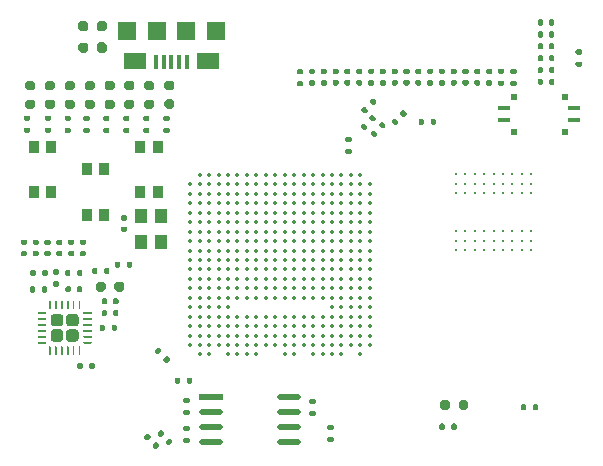
<source format=gtp>
G04 #@! TF.GenerationSoftware,KiCad,Pcbnew,5.1.9+dfsg1-1+deb11u1*
G04 #@! TF.CreationDate,2022-10-19T12:21:59+02:00*
G04 #@! TF.ProjectId,ulx4m,756c7834-6d2e-46b6-9963-61645f706362,v0.0.3*
G04 #@! TF.SameCoordinates,Original*
G04 #@! TF.FileFunction,Paste,Top*
G04 #@! TF.FilePolarity,Positive*
%FSLAX46Y46*%
G04 Gerber Fmt 4.6, Leading zero omitted, Abs format (unit mm)*
G04 Created by KiCad (PCBNEW 5.1.9+dfsg1-1+deb11u1) date 2022-10-19 12:21:59*
%MOMM*%
%LPD*%
G01*
G04 APERTURE LIST*
%ADD10R,0.600000X0.600000*%
%ADD11R,1.100000X0.400000*%
%ADD12C,0.350000*%
%ADD13R,2.000000X0.500000*%
%ADD14O,2.000000X0.500000*%
%ADD15R,1.100000X1.300000*%
%ADD16R,0.950000X1.050000*%
%ADD17R,1.846000X1.346000*%
%ADD18R,1.646000X1.646000*%
%ADD19R,0.300000X1.250000*%
%ADD20R,1.546000X1.646000*%
%ADD21C,0.300000*%
G04 APERTURE END LIST*
D10*
X137010000Y-80020000D03*
X141310000Y-80020000D03*
X137010000Y-83020000D03*
X141310000Y-83020000D03*
D11*
X136210000Y-82020000D03*
X142110000Y-81020000D03*
X136210000Y-81020000D03*
X142110000Y-82020000D03*
G36*
G01*
X138640000Y-106480000D02*
X138640000Y-106160000D01*
G75*
G02*
X138750000Y-106050000I110000J0D01*
G01*
X138970000Y-106050000D01*
G75*
G02*
X139080000Y-106160000I0J-110000D01*
G01*
X139080000Y-106480000D01*
G75*
G02*
X138970000Y-106590000I-110000J0D01*
G01*
X138750000Y-106590000D01*
G75*
G02*
X138640000Y-106480000I0J110000D01*
G01*
G37*
G36*
G01*
X137620000Y-106480000D02*
X137620000Y-106160000D01*
G75*
G02*
X137730000Y-106050000I110000J0D01*
G01*
X137950000Y-106050000D01*
G75*
G02*
X138060000Y-106160000I0J-110000D01*
G01*
X138060000Y-106480000D01*
G75*
G02*
X137950000Y-106590000I-110000J0D01*
G01*
X137730000Y-106590000D01*
G75*
G02*
X137620000Y-106480000I0J110000D01*
G01*
G37*
G36*
G01*
X95960000Y-82070000D02*
X95640000Y-82070000D01*
G75*
G02*
X95530000Y-81960000I0J110000D01*
G01*
X95530000Y-81740000D01*
G75*
G02*
X95640000Y-81630000I110000J0D01*
G01*
X95960000Y-81630000D01*
G75*
G02*
X96070000Y-81740000I0J-110000D01*
G01*
X96070000Y-81960000D01*
G75*
G02*
X95960000Y-82070000I-110000J0D01*
G01*
G37*
G36*
G01*
X95960000Y-83090000D02*
X95640000Y-83090000D01*
G75*
G02*
X95530000Y-82980000I0J110000D01*
G01*
X95530000Y-82760000D01*
G75*
G02*
X95640000Y-82650000I110000J0D01*
G01*
X95960000Y-82650000D01*
G75*
G02*
X96070000Y-82760000I0J-110000D01*
G01*
X96070000Y-82980000D01*
G75*
G02*
X95960000Y-83090000I-110000J0D01*
G01*
G37*
G36*
G01*
X97740000Y-82070000D02*
X97420000Y-82070000D01*
G75*
G02*
X97310000Y-81960000I0J110000D01*
G01*
X97310000Y-81740000D01*
G75*
G02*
X97420000Y-81630000I110000J0D01*
G01*
X97740000Y-81630000D01*
G75*
G02*
X97850000Y-81740000I0J-110000D01*
G01*
X97850000Y-81960000D01*
G75*
G02*
X97740000Y-82070000I-110000J0D01*
G01*
G37*
G36*
G01*
X97740000Y-83090000D02*
X97420000Y-83090000D01*
G75*
G02*
X97310000Y-82980000I0J110000D01*
G01*
X97310000Y-82760000D01*
G75*
G02*
X97420000Y-82650000I110000J0D01*
G01*
X97740000Y-82650000D01*
G75*
G02*
X97850000Y-82760000I0J-110000D01*
G01*
X97850000Y-82980000D01*
G75*
G02*
X97740000Y-83090000I-110000J0D01*
G01*
G37*
G36*
G01*
X99400000Y-82070000D02*
X99080000Y-82070000D01*
G75*
G02*
X98970000Y-81960000I0J110000D01*
G01*
X98970000Y-81740000D01*
G75*
G02*
X99080000Y-81630000I110000J0D01*
G01*
X99400000Y-81630000D01*
G75*
G02*
X99510000Y-81740000I0J-110000D01*
G01*
X99510000Y-81960000D01*
G75*
G02*
X99400000Y-82070000I-110000J0D01*
G01*
G37*
G36*
G01*
X99400000Y-83090000D02*
X99080000Y-83090000D01*
G75*
G02*
X98970000Y-82980000I0J110000D01*
G01*
X98970000Y-82760000D01*
G75*
G02*
X99080000Y-82650000I110000J0D01*
G01*
X99400000Y-82650000D01*
G75*
G02*
X99510000Y-82760000I0J-110000D01*
G01*
X99510000Y-82980000D01*
G75*
G02*
X99400000Y-83090000I-110000J0D01*
G01*
G37*
G36*
G01*
X100990000Y-82070000D02*
X100670000Y-82070000D01*
G75*
G02*
X100560000Y-81960000I0J110000D01*
G01*
X100560000Y-81740000D01*
G75*
G02*
X100670000Y-81630000I110000J0D01*
G01*
X100990000Y-81630000D01*
G75*
G02*
X101100000Y-81740000I0J-110000D01*
G01*
X101100000Y-81960000D01*
G75*
G02*
X100990000Y-82070000I-110000J0D01*
G01*
G37*
G36*
G01*
X100990000Y-83090000D02*
X100670000Y-83090000D01*
G75*
G02*
X100560000Y-82980000I0J110000D01*
G01*
X100560000Y-82760000D01*
G75*
G02*
X100670000Y-82650000I110000J0D01*
G01*
X100990000Y-82650000D01*
G75*
G02*
X101100000Y-82760000I0J-110000D01*
G01*
X101100000Y-82980000D01*
G75*
G02*
X100990000Y-83090000I-110000J0D01*
G01*
G37*
G36*
G01*
X102645000Y-82090000D02*
X102325000Y-82090000D01*
G75*
G02*
X102215000Y-81980000I0J110000D01*
G01*
X102215000Y-81760000D01*
G75*
G02*
X102325000Y-81650000I110000J0D01*
G01*
X102645000Y-81650000D01*
G75*
G02*
X102755000Y-81760000I0J-110000D01*
G01*
X102755000Y-81980000D01*
G75*
G02*
X102645000Y-82090000I-110000J0D01*
G01*
G37*
G36*
G01*
X102645000Y-83110000D02*
X102325000Y-83110000D01*
G75*
G02*
X102215000Y-83000000I0J110000D01*
G01*
X102215000Y-82780000D01*
G75*
G02*
X102325000Y-82670000I110000J0D01*
G01*
X102645000Y-82670000D01*
G75*
G02*
X102755000Y-82780000I0J-110000D01*
G01*
X102755000Y-83000000D01*
G75*
G02*
X102645000Y-83110000I-110000J0D01*
G01*
G37*
G36*
G01*
X104340000Y-82089999D02*
X104020000Y-82089999D01*
G75*
G02*
X103910000Y-81979999I0J110000D01*
G01*
X103910000Y-81759999D01*
G75*
G02*
X104020000Y-81649999I110000J0D01*
G01*
X104340000Y-81649999D01*
G75*
G02*
X104450000Y-81759999I0J-110000D01*
G01*
X104450000Y-81979999D01*
G75*
G02*
X104340000Y-82089999I-110000J0D01*
G01*
G37*
G36*
G01*
X104340000Y-83109999D02*
X104020000Y-83109999D01*
G75*
G02*
X103910000Y-82999999I0J110000D01*
G01*
X103910000Y-82779999D01*
G75*
G02*
X104020000Y-82669999I110000J0D01*
G01*
X104340000Y-82669999D01*
G75*
G02*
X104450000Y-82779999I0J-110000D01*
G01*
X104450000Y-82999999D01*
G75*
G02*
X104340000Y-83109999I-110000J0D01*
G01*
G37*
G36*
G01*
X106040000Y-82080000D02*
X105720000Y-82080000D01*
G75*
G02*
X105610000Y-81970000I0J110000D01*
G01*
X105610000Y-81750000D01*
G75*
G02*
X105720000Y-81640000I110000J0D01*
G01*
X106040000Y-81640000D01*
G75*
G02*
X106150000Y-81750000I0J-110000D01*
G01*
X106150000Y-81970000D01*
G75*
G02*
X106040000Y-82080000I-110000J0D01*
G01*
G37*
G36*
G01*
X106040000Y-83100000D02*
X105720000Y-83100000D01*
G75*
G02*
X105610000Y-82990000I0J110000D01*
G01*
X105610000Y-82770000D01*
G75*
G02*
X105720000Y-82660000I110000J0D01*
G01*
X106040000Y-82660000D01*
G75*
G02*
X106150000Y-82770000I0J-110000D01*
G01*
X106150000Y-82990000D01*
G75*
G02*
X106040000Y-83100000I-110000J0D01*
G01*
G37*
G36*
G01*
X107760000Y-82070000D02*
X107440000Y-82070000D01*
G75*
G02*
X107330000Y-81960000I0J110000D01*
G01*
X107330000Y-81740000D01*
G75*
G02*
X107440000Y-81630000I110000J0D01*
G01*
X107760000Y-81630000D01*
G75*
G02*
X107870000Y-81740000I0J-110000D01*
G01*
X107870000Y-81960000D01*
G75*
G02*
X107760000Y-82070000I-110000J0D01*
G01*
G37*
G36*
G01*
X107760000Y-83090000D02*
X107440000Y-83090000D01*
G75*
G02*
X107330000Y-82980000I0J110000D01*
G01*
X107330000Y-82760000D01*
G75*
G02*
X107440000Y-82650000I110000J0D01*
G01*
X107760000Y-82650000D01*
G75*
G02*
X107870000Y-82760000I0J-110000D01*
G01*
X107870000Y-82980000D01*
G75*
G02*
X107760000Y-83090000I-110000J0D01*
G01*
G37*
G36*
G01*
X107148077Y-101591803D02*
X106921803Y-101818077D01*
G75*
G02*
X106766239Y-101818077I-77782J77782D01*
G01*
X106610675Y-101662513D01*
G75*
G02*
X106610675Y-101506949I77782J77782D01*
G01*
X106836949Y-101280675D01*
G75*
G02*
X106992513Y-101280675I77782J-77782D01*
G01*
X107148077Y-101436239D01*
G75*
G02*
X107148077Y-101591803I-77782J-77782D01*
G01*
G37*
G36*
G01*
X107869325Y-102313051D02*
X107643051Y-102539325D01*
G75*
G02*
X107487487Y-102539325I-77782J77782D01*
G01*
X107331923Y-102383761D01*
G75*
G02*
X107331923Y-102228197I77782J77782D01*
G01*
X107558197Y-102001923D01*
G75*
G02*
X107713761Y-102001923I77782J-77782D01*
G01*
X107869325Y-102157487D01*
G75*
G02*
X107869325Y-102313051I-77782J-77782D01*
G01*
G37*
G36*
G01*
X119796000Y-106605001D02*
X120116000Y-106605001D01*
G75*
G02*
X120226000Y-106715001I0J-110000D01*
G01*
X120226000Y-106935001D01*
G75*
G02*
X120116000Y-107045001I-110000J0D01*
G01*
X119796000Y-107045001D01*
G75*
G02*
X119686000Y-106935001I0J110000D01*
G01*
X119686000Y-106715001D01*
G75*
G02*
X119796000Y-106605001I110000J0D01*
G01*
G37*
G36*
G01*
X119796000Y-105585001D02*
X120116000Y-105585001D01*
G75*
G02*
X120226000Y-105695001I0J-110000D01*
G01*
X120226000Y-105915001D01*
G75*
G02*
X120116000Y-106025001I-110000J0D01*
G01*
X119796000Y-106025001D01*
G75*
G02*
X119686000Y-105915001I0J110000D01*
G01*
X119686000Y-105695001D01*
G75*
G02*
X119796000Y-105585001I110000J0D01*
G01*
G37*
G36*
G01*
X109121000Y-106555000D02*
X109441000Y-106555000D01*
G75*
G02*
X109551000Y-106665000I0J-110000D01*
G01*
X109551000Y-106885000D01*
G75*
G02*
X109441000Y-106995000I-110000J0D01*
G01*
X109121000Y-106995000D01*
G75*
G02*
X109011000Y-106885000I0J110000D01*
G01*
X109011000Y-106665000D01*
G75*
G02*
X109121000Y-106555000I110000J0D01*
G01*
G37*
G36*
G01*
X109121000Y-105535000D02*
X109441000Y-105535000D01*
G75*
G02*
X109551000Y-105645000I0J-110000D01*
G01*
X109551000Y-105865000D01*
G75*
G02*
X109441000Y-105975000I-110000J0D01*
G01*
X109121000Y-105975000D01*
G75*
G02*
X109011000Y-105865000I0J110000D01*
G01*
X109011000Y-105645000D01*
G75*
G02*
X109121000Y-105535000I110000J0D01*
G01*
G37*
G36*
G01*
X121340000Y-108850000D02*
X121660000Y-108850000D01*
G75*
G02*
X121770000Y-108960000I0J-110000D01*
G01*
X121770000Y-109180000D01*
G75*
G02*
X121660000Y-109290000I-110000J0D01*
G01*
X121340000Y-109290000D01*
G75*
G02*
X121230000Y-109180000I0J110000D01*
G01*
X121230000Y-108960000D01*
G75*
G02*
X121340000Y-108850000I110000J0D01*
G01*
G37*
G36*
G01*
X121340000Y-107830000D02*
X121660000Y-107830000D01*
G75*
G02*
X121770000Y-107940000I0J-110000D01*
G01*
X121770000Y-108160000D01*
G75*
G02*
X121660000Y-108270000I-110000J0D01*
G01*
X121340000Y-108270000D01*
G75*
G02*
X121230000Y-108160000I0J110000D01*
G01*
X121230000Y-107940000D01*
G75*
G02*
X121340000Y-107830000I110000J0D01*
G01*
G37*
G36*
G01*
X108750000Y-103920000D02*
X108750000Y-104240000D01*
G75*
G02*
X108640000Y-104350000I-110000J0D01*
G01*
X108420000Y-104350000D01*
G75*
G02*
X108310000Y-104240000I0J110000D01*
G01*
X108310000Y-103920000D01*
G75*
G02*
X108420000Y-103810000I110000J0D01*
G01*
X108640000Y-103810000D01*
G75*
G02*
X108750000Y-103920000I0J-110000D01*
G01*
G37*
G36*
G01*
X109770000Y-103920000D02*
X109770000Y-104240000D01*
G75*
G02*
X109660000Y-104350000I-110000J0D01*
G01*
X109440000Y-104350000D01*
G75*
G02*
X109330000Y-104240000I0J110000D01*
G01*
X109330000Y-103920000D01*
G75*
G02*
X109440000Y-103810000I110000J0D01*
G01*
X109660000Y-103810000D01*
G75*
G02*
X109770000Y-103920000I0J-110000D01*
G01*
G37*
G36*
G01*
X109465999Y-108325000D02*
X109145999Y-108325000D01*
G75*
G02*
X109035999Y-108215000I0J110000D01*
G01*
X109035999Y-107995000D01*
G75*
G02*
X109145999Y-107885000I110000J0D01*
G01*
X109465999Y-107885000D01*
G75*
G02*
X109575999Y-107995000I0J-110000D01*
G01*
X109575999Y-108215000D01*
G75*
G02*
X109465999Y-108325000I-110000J0D01*
G01*
G37*
G36*
G01*
X109465999Y-109345000D02*
X109145999Y-109345000D01*
G75*
G02*
X109035999Y-109235000I0J110000D01*
G01*
X109035999Y-109015000D01*
G75*
G02*
X109145999Y-108905000I110000J0D01*
G01*
X109465999Y-108905000D01*
G75*
G02*
X109575999Y-109015000I0J-110000D01*
G01*
X109575999Y-109235000D01*
G75*
G02*
X109465999Y-109345000I-110000J0D01*
G01*
G37*
G36*
G01*
X142660000Y-76470000D02*
X142340000Y-76470000D01*
G75*
G02*
X142230000Y-76360000I0J110000D01*
G01*
X142230000Y-76140000D01*
G75*
G02*
X142340000Y-76030000I110000J0D01*
G01*
X142660000Y-76030000D01*
G75*
G02*
X142770000Y-76140000I0J-110000D01*
G01*
X142770000Y-76360000D01*
G75*
G02*
X142660000Y-76470000I-110000J0D01*
G01*
G37*
G36*
G01*
X142660000Y-77490000D02*
X142340000Y-77490000D01*
G75*
G02*
X142230000Y-77380000I0J110000D01*
G01*
X142230000Y-77160000D01*
G75*
G02*
X142340000Y-77050000I110000J0D01*
G01*
X142660000Y-77050000D01*
G75*
G02*
X142770000Y-77160000I0J-110000D01*
G01*
X142770000Y-77380000D01*
G75*
G02*
X142660000Y-77490000I-110000J0D01*
G01*
G37*
D12*
X124010000Y-101850000D03*
X122410000Y-101850000D03*
X121610000Y-101850000D03*
X120810000Y-101850000D03*
X120010000Y-101850000D03*
X118410000Y-101850000D03*
X117610000Y-101850000D03*
X115210000Y-101850000D03*
X114410000Y-101850000D03*
X113610000Y-101850000D03*
X112810000Y-101850000D03*
X111210000Y-101850000D03*
X110410000Y-101850000D03*
X124810000Y-101050000D03*
X124010000Y-101050000D03*
X123210000Y-101050000D03*
X122410000Y-101050000D03*
X121610000Y-101050000D03*
X120810000Y-101050000D03*
X120010000Y-101050000D03*
X119210000Y-101050000D03*
X118410000Y-101050000D03*
X117610000Y-101050000D03*
X116810000Y-101050000D03*
X116010000Y-101050000D03*
X115210000Y-101050000D03*
X114410000Y-101050000D03*
X113610000Y-101050000D03*
X112810000Y-101050000D03*
X112010000Y-101050000D03*
X111210000Y-101050000D03*
X110410000Y-101050000D03*
X109610000Y-101050000D03*
X124810000Y-100250000D03*
X124010000Y-100250000D03*
X123210000Y-100250000D03*
X122410000Y-100250000D03*
X121610000Y-100250000D03*
X120810000Y-100250000D03*
X120010000Y-100250000D03*
X119210000Y-100250000D03*
X118410000Y-100250000D03*
X117610000Y-100250000D03*
X116810000Y-100250000D03*
X116010000Y-100250000D03*
X115210000Y-100250000D03*
X114410000Y-100250000D03*
X113610000Y-100250000D03*
X112810000Y-100250000D03*
X112010000Y-100250000D03*
X111210000Y-100250000D03*
X110410000Y-100250000D03*
X109610000Y-100250000D03*
X124810000Y-99450000D03*
X124010000Y-99450000D03*
X123210000Y-99450000D03*
X122410000Y-99450000D03*
X121610000Y-99450000D03*
X120810000Y-99450000D03*
X120010000Y-99450000D03*
X119210000Y-99450000D03*
X118410000Y-99450000D03*
X117610000Y-99450000D03*
X116810000Y-99450000D03*
X116010000Y-99450000D03*
X115210000Y-99450000D03*
X114410000Y-99450000D03*
X113610000Y-99450000D03*
X112810000Y-99450000D03*
X112010000Y-99450000D03*
X111210000Y-99450000D03*
X110410000Y-99450000D03*
X109610000Y-99450000D03*
X124810000Y-98650000D03*
X124010000Y-98650000D03*
X123210000Y-98650000D03*
X122410000Y-98650000D03*
X121610000Y-98650000D03*
X120810000Y-98650000D03*
X120010000Y-98650000D03*
X119210000Y-98650000D03*
X118410000Y-98650000D03*
X117610000Y-98650000D03*
X116810000Y-98650000D03*
X116010000Y-98650000D03*
X115210000Y-98650000D03*
X114410000Y-98650000D03*
X113610000Y-98650000D03*
X112810000Y-98650000D03*
X112010000Y-98650000D03*
X111210000Y-98650000D03*
X110410000Y-98650000D03*
X109610000Y-98650000D03*
X124810000Y-97850000D03*
X124010000Y-97850000D03*
X123210000Y-97850000D03*
X122410000Y-97850000D03*
X121610000Y-97850000D03*
X112810000Y-97850000D03*
X112010000Y-97850000D03*
X111210000Y-97850000D03*
X110410000Y-97850000D03*
X109610000Y-97850000D03*
X124810000Y-97050000D03*
X124010000Y-97050000D03*
X123210000Y-97050000D03*
X122410000Y-97050000D03*
X121610000Y-97050000D03*
X120810000Y-97050000D03*
X120010000Y-97050000D03*
X119210000Y-97050000D03*
X118410000Y-97050000D03*
X117610000Y-97050000D03*
X116810000Y-97050000D03*
X116010000Y-97050000D03*
X115210000Y-97050000D03*
X114410000Y-97050000D03*
X113610000Y-97050000D03*
X112810000Y-97050000D03*
X112010000Y-97050000D03*
X111210000Y-97050000D03*
X110410000Y-97050000D03*
X109610000Y-97050000D03*
X124810000Y-96250000D03*
X124010000Y-96250000D03*
X123210000Y-96250000D03*
X122410000Y-96250000D03*
X121610000Y-96250000D03*
X120810000Y-96250000D03*
X120010000Y-96250000D03*
X119210000Y-96250000D03*
X118410000Y-96250000D03*
X117610000Y-96250000D03*
X116810000Y-96250000D03*
X116010000Y-96250000D03*
X115210000Y-96250000D03*
X114410000Y-96250000D03*
X113610000Y-96250000D03*
X112810000Y-96250000D03*
X112010000Y-96250000D03*
X111210000Y-96250000D03*
X110410000Y-96250000D03*
X109610000Y-96250000D03*
X124810000Y-95450000D03*
X124010000Y-95450000D03*
X123210000Y-95450000D03*
X122410000Y-95450000D03*
X121610000Y-95450000D03*
X120810000Y-95450000D03*
X120010000Y-95450000D03*
X119210000Y-95450000D03*
X118410000Y-95450000D03*
X117610000Y-95450000D03*
X116810000Y-95450000D03*
X116010000Y-95450000D03*
X115210000Y-95450000D03*
X114410000Y-95450000D03*
X113610000Y-95450000D03*
X112810000Y-95450000D03*
X112010000Y-95450000D03*
X111210000Y-95450000D03*
X110410000Y-95450000D03*
X109610000Y-95450000D03*
X124810000Y-94650000D03*
X124010000Y-94650000D03*
X123210000Y-94650000D03*
X122410000Y-94650000D03*
X121610000Y-94650000D03*
X120810000Y-94650000D03*
X120010000Y-94650000D03*
X119210000Y-94650000D03*
X118410000Y-94650000D03*
X117610000Y-94650000D03*
X116810000Y-94650000D03*
X116010000Y-94650000D03*
X115210000Y-94650000D03*
X114410000Y-94650000D03*
X113610000Y-94650000D03*
X112810000Y-94650000D03*
X112010000Y-94650000D03*
X111210000Y-94650000D03*
X110410000Y-94650000D03*
X109610000Y-94650000D03*
X124810000Y-93850000D03*
X124010000Y-93850000D03*
X123210000Y-93850000D03*
X122410000Y-93850000D03*
X121610000Y-93850000D03*
X120810000Y-93850000D03*
X120010000Y-93850000D03*
X119210000Y-93850000D03*
X118410000Y-93850000D03*
X117610000Y-93850000D03*
X116810000Y-93850000D03*
X116010000Y-93850000D03*
X115210000Y-93850000D03*
X114410000Y-93850000D03*
X113610000Y-93850000D03*
X112810000Y-93850000D03*
X112010000Y-93850000D03*
X111210000Y-93850000D03*
X110410000Y-93850000D03*
X109610000Y-93850000D03*
X124810000Y-93050000D03*
X124010000Y-93050000D03*
X123210000Y-93050000D03*
X122410000Y-93050000D03*
X121610000Y-93050000D03*
X120810000Y-93050000D03*
X120010000Y-93050000D03*
X119210000Y-93050000D03*
X118410000Y-93050000D03*
X117610000Y-93050000D03*
X116810000Y-93050000D03*
X116010000Y-93050000D03*
X115210000Y-93050000D03*
X114410000Y-93050000D03*
X113610000Y-93050000D03*
X112810000Y-93050000D03*
X112010000Y-93050000D03*
X111210000Y-93050000D03*
X110410000Y-93050000D03*
X109610000Y-93050000D03*
X124810000Y-92250000D03*
X124010000Y-92250000D03*
X123210000Y-92250000D03*
X122410000Y-92250000D03*
X121610000Y-92250000D03*
X120810000Y-92250000D03*
X120010000Y-92250000D03*
X119210000Y-92250000D03*
X118410000Y-92250000D03*
X117610000Y-92250000D03*
X116810000Y-92250000D03*
X116010000Y-92250000D03*
X115210000Y-92250000D03*
X114410000Y-92250000D03*
X113610000Y-92250000D03*
X112810000Y-92250000D03*
X112010000Y-92250000D03*
X111210000Y-92250000D03*
X110410000Y-92250000D03*
X109610000Y-92250000D03*
X124810000Y-91450000D03*
X124010000Y-91450000D03*
X123210000Y-91450000D03*
X122410000Y-91450000D03*
X121610000Y-91450000D03*
X120810000Y-91450000D03*
X120010000Y-91450000D03*
X119210000Y-91450000D03*
X118410000Y-91450000D03*
X117610000Y-91450000D03*
X116810000Y-91450000D03*
X116010000Y-91450000D03*
X115210000Y-91450000D03*
X114410000Y-91450000D03*
X113610000Y-91450000D03*
X112810000Y-91450000D03*
X112010000Y-91450000D03*
X111210000Y-91450000D03*
X110410000Y-91450000D03*
X109610000Y-91450000D03*
X124810000Y-90650000D03*
X124010000Y-90650000D03*
X123210000Y-90650000D03*
X122410000Y-90650000D03*
X121610000Y-90650000D03*
X120810000Y-90650000D03*
X120010000Y-90650000D03*
X119210000Y-90650000D03*
X118410000Y-90650000D03*
X117610000Y-90650000D03*
X116810000Y-90650000D03*
X116010000Y-90650000D03*
X115210000Y-90650000D03*
X114410000Y-90650000D03*
X113610000Y-90650000D03*
X112810000Y-90650000D03*
X112010000Y-90650000D03*
X111210000Y-90650000D03*
X110410000Y-90650000D03*
X109610000Y-90650000D03*
X124810000Y-89850000D03*
X124010000Y-89850000D03*
X123210000Y-89850000D03*
X122410000Y-89850000D03*
X121610000Y-89850000D03*
X120810000Y-89850000D03*
X120010000Y-89850000D03*
X119210000Y-89850000D03*
X118410000Y-89850000D03*
X117610000Y-89850000D03*
X116810000Y-89850000D03*
X116010000Y-89850000D03*
X115210000Y-89850000D03*
X114410000Y-89850000D03*
X113610000Y-89850000D03*
X112810000Y-89850000D03*
X112010000Y-89850000D03*
X111210000Y-89850000D03*
X110410000Y-89850000D03*
X109610000Y-89850000D03*
X124810000Y-89050000D03*
X124010000Y-89050000D03*
X123210000Y-89050000D03*
X122410000Y-89050000D03*
X121610000Y-89050000D03*
X120810000Y-89050000D03*
X120010000Y-89050000D03*
X119210000Y-89050000D03*
X118410000Y-89050000D03*
X117610000Y-89050000D03*
X116810000Y-89050000D03*
X116010000Y-89050000D03*
X115210000Y-89050000D03*
X114410000Y-89050000D03*
X113610000Y-89050000D03*
X112810000Y-89050000D03*
X112010000Y-89050000D03*
X111210000Y-89050000D03*
X110410000Y-89050000D03*
X109610000Y-89050000D03*
X124810000Y-88250000D03*
X124010000Y-88250000D03*
X123210000Y-88250000D03*
X122410000Y-88250000D03*
X121610000Y-88250000D03*
X120810000Y-88250000D03*
X120010000Y-88250000D03*
X119210000Y-88250000D03*
X118410000Y-88250000D03*
X117610000Y-88250000D03*
X116810000Y-88250000D03*
X116010000Y-88250000D03*
X115210000Y-88250000D03*
X114410000Y-88250000D03*
X113610000Y-88250000D03*
X112810000Y-88250000D03*
X112010000Y-88250000D03*
X111210000Y-88250000D03*
X110410000Y-88250000D03*
X109610000Y-88250000D03*
X124810000Y-87450000D03*
X124010000Y-87450000D03*
X123210000Y-87450000D03*
X122410000Y-87450000D03*
X121610000Y-87450000D03*
X120810000Y-87450000D03*
X120010000Y-87450000D03*
X119210000Y-87450000D03*
X118410000Y-87450000D03*
X117610000Y-87450000D03*
X116810000Y-87450000D03*
X116010000Y-87450000D03*
X115210000Y-87450000D03*
X114410000Y-87450000D03*
X113610000Y-87450000D03*
X112810000Y-87450000D03*
X112010000Y-87450000D03*
X111210000Y-87450000D03*
X110410000Y-87450000D03*
X109610000Y-87450000D03*
X124010000Y-86650000D03*
X123210000Y-86650000D03*
X122410000Y-86650000D03*
X121610000Y-86650000D03*
X120810000Y-86650000D03*
X120010000Y-86650000D03*
X119210000Y-86650000D03*
X118410000Y-86650000D03*
X117610000Y-86650000D03*
X116810000Y-86650000D03*
X116010000Y-86650000D03*
X115210000Y-86650000D03*
X114410000Y-86650000D03*
X113610000Y-86650000D03*
X112810000Y-86650000D03*
X112010000Y-86650000D03*
X111210000Y-86650000D03*
X110410000Y-86650000D03*
D13*
X111401000Y-105450001D03*
D14*
X111401000Y-106720001D03*
X111401000Y-107990001D03*
X111401000Y-109260001D03*
X118005000Y-109260001D03*
X118005000Y-107990001D03*
X118005000Y-106720001D03*
X118005000Y-105450001D03*
G36*
G01*
X103855000Y-90060000D02*
X104145000Y-90060000D01*
G75*
G02*
X104260000Y-90175000I0J-115000D01*
G01*
X104260000Y-90405000D01*
G75*
G02*
X104145000Y-90520000I-115000J0D01*
G01*
X103855000Y-90520000D01*
G75*
G02*
X103740000Y-90405000I0J115000D01*
G01*
X103740000Y-90175000D01*
G75*
G02*
X103855000Y-90060000I115000J0D01*
G01*
G37*
G36*
G01*
X103855000Y-91020000D02*
X104145000Y-91020000D01*
G75*
G02*
X104260000Y-91135000I0J-115000D01*
G01*
X104260000Y-91365000D01*
G75*
G02*
X104145000Y-91480000I-115000J0D01*
G01*
X103855000Y-91480000D01*
G75*
G02*
X103740000Y-91365000I0J115000D01*
G01*
X103740000Y-91135000D01*
G75*
G02*
X103855000Y-91020000I115000J0D01*
G01*
G37*
G36*
G01*
X130800000Y-106355000D02*
X130800000Y-105905000D01*
G75*
G02*
X131000000Y-105705000I200000J0D01*
G01*
X131400000Y-105705000D01*
G75*
G02*
X131600000Y-105905000I0J-200000D01*
G01*
X131600000Y-106355000D01*
G75*
G02*
X131400000Y-106555000I-200000J0D01*
G01*
X131000000Y-106555000D01*
G75*
G02*
X130800000Y-106355000I0J200000D01*
G01*
G37*
G36*
G01*
X132350000Y-106355000D02*
X132350000Y-105905000D01*
G75*
G02*
X132550000Y-105705000I200000J0D01*
G01*
X132950000Y-105705000D01*
G75*
G02*
X133150000Y-105905000I0J-200000D01*
G01*
X133150000Y-106355000D01*
G75*
G02*
X132950000Y-106555000I-200000J0D01*
G01*
X132550000Y-106555000D01*
G75*
G02*
X132350000Y-106355000I0J200000D01*
G01*
G37*
G36*
G01*
X107618751Y-78680000D02*
X108081251Y-78680000D01*
G75*
G02*
X108275001Y-78873750I0J-193750D01*
G01*
X108275001Y-79261250D01*
G75*
G02*
X108081251Y-79455000I-193750J0D01*
G01*
X107618751Y-79455000D01*
G75*
G02*
X107425001Y-79261250I0J193750D01*
G01*
X107425001Y-78873750D01*
G75*
G02*
X107618751Y-78680000I193750J0D01*
G01*
G37*
G36*
G01*
X107618751Y-80255000D02*
X108081251Y-80255000D01*
G75*
G02*
X108275001Y-80448750I0J-193750D01*
G01*
X108275001Y-80836250D01*
G75*
G02*
X108081251Y-81030000I-193750J0D01*
G01*
X107618751Y-81030000D01*
G75*
G02*
X107425001Y-80836250I0J193750D01*
G01*
X107425001Y-80448750D01*
G75*
G02*
X107618751Y-80255000I193750J0D01*
G01*
G37*
G36*
G01*
X105908750Y-80280000D02*
X106371250Y-80280000D01*
G75*
G02*
X106565000Y-80473750I0J-193750D01*
G01*
X106565000Y-80861250D01*
G75*
G02*
X106371250Y-81055000I-193750J0D01*
G01*
X105908750Y-81055000D01*
G75*
G02*
X105715000Y-80861250I0J193750D01*
G01*
X105715000Y-80473750D01*
G75*
G02*
X105908750Y-80280000I193750J0D01*
G01*
G37*
G36*
G01*
X105908750Y-78705000D02*
X106371250Y-78705000D01*
G75*
G02*
X106565000Y-78898750I0J-193750D01*
G01*
X106565000Y-79286250D01*
G75*
G02*
X106371250Y-79480000I-193750J0D01*
G01*
X105908750Y-79480000D01*
G75*
G02*
X105715000Y-79286250I0J193750D01*
G01*
X105715000Y-78898750D01*
G75*
G02*
X105908750Y-78705000I193750J0D01*
G01*
G37*
G36*
G01*
X104228750Y-78705001D02*
X104691250Y-78705001D01*
G75*
G02*
X104885000Y-78898751I0J-193750D01*
G01*
X104885000Y-79286251D01*
G75*
G02*
X104691250Y-79480001I-193750J0D01*
G01*
X104228750Y-79480001D01*
G75*
G02*
X104035000Y-79286251I0J193750D01*
G01*
X104035000Y-78898751D01*
G75*
G02*
X104228750Y-78705001I193750J0D01*
G01*
G37*
G36*
G01*
X104228750Y-80280001D02*
X104691250Y-80280001D01*
G75*
G02*
X104885000Y-80473751I0J-193750D01*
G01*
X104885000Y-80861251D01*
G75*
G02*
X104691250Y-81055001I-193750J0D01*
G01*
X104228750Y-81055001D01*
G75*
G02*
X104035000Y-80861251I0J193750D01*
G01*
X104035000Y-80473751D01*
G75*
G02*
X104228750Y-80280001I193750J0D01*
G01*
G37*
G36*
G01*
X102548750Y-80280000D02*
X103011250Y-80280000D01*
G75*
G02*
X103205000Y-80473750I0J-193750D01*
G01*
X103205000Y-80861250D01*
G75*
G02*
X103011250Y-81055000I-193750J0D01*
G01*
X102548750Y-81055000D01*
G75*
G02*
X102355000Y-80861250I0J193750D01*
G01*
X102355000Y-80473750D01*
G75*
G02*
X102548750Y-80280000I193750J0D01*
G01*
G37*
G36*
G01*
X102548750Y-78705000D02*
X103011250Y-78705000D01*
G75*
G02*
X103205000Y-78898750I0J-193750D01*
G01*
X103205000Y-79286250D01*
G75*
G02*
X103011250Y-79480000I-193750J0D01*
G01*
X102548750Y-79480000D01*
G75*
G02*
X102355000Y-79286250I0J193750D01*
G01*
X102355000Y-78898750D01*
G75*
G02*
X102548750Y-78705000I193750J0D01*
G01*
G37*
D15*
X105410000Y-90090000D03*
X105410000Y-92290000D03*
X107110000Y-92290000D03*
X107110000Y-90090000D03*
G36*
G01*
X128065000Y-78120000D02*
X127775000Y-78120000D01*
G75*
G02*
X127660000Y-78005000I0J115000D01*
G01*
X127660000Y-77775000D01*
G75*
G02*
X127775000Y-77660000I115000J0D01*
G01*
X128065000Y-77660000D01*
G75*
G02*
X128180000Y-77775000I0J-115000D01*
G01*
X128180000Y-78005000D01*
G75*
G02*
X128065000Y-78120000I-115000J0D01*
G01*
G37*
G36*
G01*
X128065000Y-79080000D02*
X127775000Y-79080000D01*
G75*
G02*
X127660000Y-78965000I0J115000D01*
G01*
X127660000Y-78735000D01*
G75*
G02*
X127775000Y-78620000I115000J0D01*
G01*
X128065000Y-78620000D01*
G75*
G02*
X128180000Y-78735000I0J-115000D01*
G01*
X128180000Y-78965000D01*
G75*
G02*
X128065000Y-79080000I-115000J0D01*
G01*
G37*
G36*
G01*
X129065000Y-79080000D02*
X128775000Y-79080000D01*
G75*
G02*
X128660000Y-78965000I0J115000D01*
G01*
X128660000Y-78735000D01*
G75*
G02*
X128775000Y-78620000I115000J0D01*
G01*
X129065000Y-78620000D01*
G75*
G02*
X129180000Y-78735000I0J-115000D01*
G01*
X129180000Y-78965000D01*
G75*
G02*
X129065000Y-79080000I-115000J0D01*
G01*
G37*
G36*
G01*
X129065000Y-78120000D02*
X128775000Y-78120000D01*
G75*
G02*
X128660000Y-78005000I0J115000D01*
G01*
X128660000Y-77775000D01*
G75*
G02*
X128775000Y-77660000I115000J0D01*
G01*
X129065000Y-77660000D01*
G75*
G02*
X129180000Y-77775000I0J-115000D01*
G01*
X129180000Y-78005000D01*
G75*
G02*
X129065000Y-78120000I-115000J0D01*
G01*
G37*
G36*
G01*
X130065000Y-78120000D02*
X129775000Y-78120000D01*
G75*
G02*
X129660000Y-78005000I0J115000D01*
G01*
X129660000Y-77775000D01*
G75*
G02*
X129775000Y-77660000I115000J0D01*
G01*
X130065000Y-77660000D01*
G75*
G02*
X130180000Y-77775000I0J-115000D01*
G01*
X130180000Y-78005000D01*
G75*
G02*
X130065000Y-78120000I-115000J0D01*
G01*
G37*
G36*
G01*
X130065000Y-79080000D02*
X129775000Y-79080000D01*
G75*
G02*
X129660000Y-78965000I0J115000D01*
G01*
X129660000Y-78735000D01*
G75*
G02*
X129775000Y-78620000I115000J0D01*
G01*
X130065000Y-78620000D01*
G75*
G02*
X130180000Y-78735000I0J-115000D01*
G01*
X130180000Y-78965000D01*
G75*
G02*
X130065000Y-79080000I-115000J0D01*
G01*
G37*
G36*
G01*
X131065000Y-79080000D02*
X130775000Y-79080000D01*
G75*
G02*
X130660000Y-78965000I0J115000D01*
G01*
X130660000Y-78735000D01*
G75*
G02*
X130775000Y-78620000I115000J0D01*
G01*
X131065000Y-78620000D01*
G75*
G02*
X131180000Y-78735000I0J-115000D01*
G01*
X131180000Y-78965000D01*
G75*
G02*
X131065000Y-79080000I-115000J0D01*
G01*
G37*
G36*
G01*
X131065000Y-78120000D02*
X130775000Y-78120000D01*
G75*
G02*
X130660000Y-78005000I0J115000D01*
G01*
X130660000Y-77775000D01*
G75*
G02*
X130775000Y-77660000I115000J0D01*
G01*
X131065000Y-77660000D01*
G75*
G02*
X131180000Y-77775000I0J-115000D01*
G01*
X131180000Y-78005000D01*
G75*
G02*
X131065000Y-78120000I-115000J0D01*
G01*
G37*
G36*
G01*
X132065000Y-78120000D02*
X131775000Y-78120000D01*
G75*
G02*
X131660000Y-78005000I0J115000D01*
G01*
X131660000Y-77775000D01*
G75*
G02*
X131775000Y-77660000I115000J0D01*
G01*
X132065000Y-77660000D01*
G75*
G02*
X132180000Y-77775000I0J-115000D01*
G01*
X132180000Y-78005000D01*
G75*
G02*
X132065000Y-78120000I-115000J0D01*
G01*
G37*
G36*
G01*
X132065000Y-79080000D02*
X131775000Y-79080000D01*
G75*
G02*
X131660000Y-78965000I0J115000D01*
G01*
X131660000Y-78735000D01*
G75*
G02*
X131775000Y-78620000I115000J0D01*
G01*
X132065000Y-78620000D01*
G75*
G02*
X132180000Y-78735000I0J-115000D01*
G01*
X132180000Y-78965000D01*
G75*
G02*
X132065000Y-79080000I-115000J0D01*
G01*
G37*
G36*
G01*
X133065000Y-79080000D02*
X132775000Y-79080000D01*
G75*
G02*
X132660000Y-78965000I0J115000D01*
G01*
X132660000Y-78735000D01*
G75*
G02*
X132775000Y-78620000I115000J0D01*
G01*
X133065000Y-78620000D01*
G75*
G02*
X133180000Y-78735000I0J-115000D01*
G01*
X133180000Y-78965000D01*
G75*
G02*
X133065000Y-79080000I-115000J0D01*
G01*
G37*
G36*
G01*
X133065000Y-78120000D02*
X132775000Y-78120000D01*
G75*
G02*
X132660000Y-78005000I0J115000D01*
G01*
X132660000Y-77775000D01*
G75*
G02*
X132775000Y-77660000I115000J0D01*
G01*
X133065000Y-77660000D01*
G75*
G02*
X133180000Y-77775000I0J-115000D01*
G01*
X133180000Y-78005000D01*
G75*
G02*
X133065000Y-78120000I-115000J0D01*
G01*
G37*
G36*
G01*
X134065000Y-78120000D02*
X133775000Y-78120000D01*
G75*
G02*
X133660000Y-78005000I0J115000D01*
G01*
X133660000Y-77775000D01*
G75*
G02*
X133775000Y-77660000I115000J0D01*
G01*
X134065000Y-77660000D01*
G75*
G02*
X134180000Y-77775000I0J-115000D01*
G01*
X134180000Y-78005000D01*
G75*
G02*
X134065000Y-78120000I-115000J0D01*
G01*
G37*
G36*
G01*
X134065000Y-79080000D02*
X133775000Y-79080000D01*
G75*
G02*
X133660000Y-78965000I0J115000D01*
G01*
X133660000Y-78735000D01*
G75*
G02*
X133775000Y-78620000I115000J0D01*
G01*
X134065000Y-78620000D01*
G75*
G02*
X134180000Y-78735000I0J-115000D01*
G01*
X134180000Y-78965000D01*
G75*
G02*
X134065000Y-79080000I-115000J0D01*
G01*
G37*
G36*
G01*
X135065000Y-79080000D02*
X134775000Y-79080000D01*
G75*
G02*
X134660000Y-78965000I0J115000D01*
G01*
X134660000Y-78735000D01*
G75*
G02*
X134775000Y-78620000I115000J0D01*
G01*
X135065000Y-78620000D01*
G75*
G02*
X135180000Y-78735000I0J-115000D01*
G01*
X135180000Y-78965000D01*
G75*
G02*
X135065000Y-79080000I-115000J0D01*
G01*
G37*
G36*
G01*
X135065000Y-78120000D02*
X134775000Y-78120000D01*
G75*
G02*
X134660000Y-78005000I0J115000D01*
G01*
X134660000Y-77775000D01*
G75*
G02*
X134775000Y-77660000I115000J0D01*
G01*
X135065000Y-77660000D01*
G75*
G02*
X135180000Y-77775000I0J-115000D01*
G01*
X135180000Y-78005000D01*
G75*
G02*
X135065000Y-78120000I-115000J0D01*
G01*
G37*
G36*
G01*
X120065000Y-78120000D02*
X119775000Y-78120000D01*
G75*
G02*
X119660000Y-78005000I0J115000D01*
G01*
X119660000Y-77775000D01*
G75*
G02*
X119775000Y-77660000I115000J0D01*
G01*
X120065000Y-77660000D01*
G75*
G02*
X120180000Y-77775000I0J-115000D01*
G01*
X120180000Y-78005000D01*
G75*
G02*
X120065000Y-78120000I-115000J0D01*
G01*
G37*
G36*
G01*
X120065000Y-79080000D02*
X119775000Y-79080000D01*
G75*
G02*
X119660000Y-78965000I0J115000D01*
G01*
X119660000Y-78735000D01*
G75*
G02*
X119775000Y-78620000I115000J0D01*
G01*
X120065000Y-78620000D01*
G75*
G02*
X120180000Y-78735000I0J-115000D01*
G01*
X120180000Y-78965000D01*
G75*
G02*
X120065000Y-79080000I-115000J0D01*
G01*
G37*
G36*
G01*
X121065000Y-79080000D02*
X120775000Y-79080000D01*
G75*
G02*
X120660000Y-78965000I0J115000D01*
G01*
X120660000Y-78735000D01*
G75*
G02*
X120775000Y-78620000I115000J0D01*
G01*
X121065000Y-78620000D01*
G75*
G02*
X121180000Y-78735000I0J-115000D01*
G01*
X121180000Y-78965000D01*
G75*
G02*
X121065000Y-79080000I-115000J0D01*
G01*
G37*
G36*
G01*
X121065000Y-78120000D02*
X120775000Y-78120000D01*
G75*
G02*
X120660000Y-78005000I0J115000D01*
G01*
X120660000Y-77775000D01*
G75*
G02*
X120775000Y-77660000I115000J0D01*
G01*
X121065000Y-77660000D01*
G75*
G02*
X121180000Y-77775000I0J-115000D01*
G01*
X121180000Y-78005000D01*
G75*
G02*
X121065000Y-78120000I-115000J0D01*
G01*
G37*
G36*
G01*
X122065000Y-78120000D02*
X121775000Y-78120000D01*
G75*
G02*
X121660000Y-78005000I0J115000D01*
G01*
X121660000Y-77775000D01*
G75*
G02*
X121775000Y-77660000I115000J0D01*
G01*
X122065000Y-77660000D01*
G75*
G02*
X122180000Y-77775000I0J-115000D01*
G01*
X122180000Y-78005000D01*
G75*
G02*
X122065000Y-78120000I-115000J0D01*
G01*
G37*
G36*
G01*
X122065000Y-79080000D02*
X121775000Y-79080000D01*
G75*
G02*
X121660000Y-78965000I0J115000D01*
G01*
X121660000Y-78735000D01*
G75*
G02*
X121775000Y-78620000I115000J0D01*
G01*
X122065000Y-78620000D01*
G75*
G02*
X122180000Y-78735000I0J-115000D01*
G01*
X122180000Y-78965000D01*
G75*
G02*
X122065000Y-79080000I-115000J0D01*
G01*
G37*
G36*
G01*
X123065000Y-79080000D02*
X122775000Y-79080000D01*
G75*
G02*
X122660000Y-78965000I0J115000D01*
G01*
X122660000Y-78735000D01*
G75*
G02*
X122775000Y-78620000I115000J0D01*
G01*
X123065000Y-78620000D01*
G75*
G02*
X123180000Y-78735000I0J-115000D01*
G01*
X123180000Y-78965000D01*
G75*
G02*
X123065000Y-79080000I-115000J0D01*
G01*
G37*
G36*
G01*
X123065000Y-78120000D02*
X122775000Y-78120000D01*
G75*
G02*
X122660000Y-78005000I0J115000D01*
G01*
X122660000Y-77775000D01*
G75*
G02*
X122775000Y-77660000I115000J0D01*
G01*
X123065000Y-77660000D01*
G75*
G02*
X123180000Y-77775000I0J-115000D01*
G01*
X123180000Y-78005000D01*
G75*
G02*
X123065000Y-78120000I-115000J0D01*
G01*
G37*
G36*
G01*
X124065000Y-78120000D02*
X123775000Y-78120000D01*
G75*
G02*
X123660000Y-78005000I0J115000D01*
G01*
X123660000Y-77775000D01*
G75*
G02*
X123775000Y-77660000I115000J0D01*
G01*
X124065000Y-77660000D01*
G75*
G02*
X124180000Y-77775000I0J-115000D01*
G01*
X124180000Y-78005000D01*
G75*
G02*
X124065000Y-78120000I-115000J0D01*
G01*
G37*
G36*
G01*
X124065000Y-79080000D02*
X123775000Y-79080000D01*
G75*
G02*
X123660000Y-78965000I0J115000D01*
G01*
X123660000Y-78735000D01*
G75*
G02*
X123775000Y-78620000I115000J0D01*
G01*
X124065000Y-78620000D01*
G75*
G02*
X124180000Y-78735000I0J-115000D01*
G01*
X124180000Y-78965000D01*
G75*
G02*
X124065000Y-79080000I-115000J0D01*
G01*
G37*
G36*
G01*
X125065000Y-78120000D02*
X124775000Y-78120000D01*
G75*
G02*
X124660000Y-78005000I0J115000D01*
G01*
X124660000Y-77775000D01*
G75*
G02*
X124775000Y-77660000I115000J0D01*
G01*
X125065000Y-77660000D01*
G75*
G02*
X125180000Y-77775000I0J-115000D01*
G01*
X125180000Y-78005000D01*
G75*
G02*
X125065000Y-78120000I-115000J0D01*
G01*
G37*
G36*
G01*
X125065000Y-79080000D02*
X124775000Y-79080000D01*
G75*
G02*
X124660000Y-78965000I0J115000D01*
G01*
X124660000Y-78735000D01*
G75*
G02*
X124775000Y-78620000I115000J0D01*
G01*
X125065000Y-78620000D01*
G75*
G02*
X125180000Y-78735000I0J-115000D01*
G01*
X125180000Y-78965000D01*
G75*
G02*
X125065000Y-79080000I-115000J0D01*
G01*
G37*
G36*
G01*
X126065000Y-79080000D02*
X125775000Y-79080000D01*
G75*
G02*
X125660000Y-78965000I0J115000D01*
G01*
X125660000Y-78735000D01*
G75*
G02*
X125775000Y-78620000I115000J0D01*
G01*
X126065000Y-78620000D01*
G75*
G02*
X126180000Y-78735000I0J-115000D01*
G01*
X126180000Y-78965000D01*
G75*
G02*
X126065000Y-79080000I-115000J0D01*
G01*
G37*
G36*
G01*
X126065000Y-78120000D02*
X125775000Y-78120000D01*
G75*
G02*
X125660000Y-78005000I0J115000D01*
G01*
X125660000Y-77775000D01*
G75*
G02*
X125775000Y-77660000I115000J0D01*
G01*
X126065000Y-77660000D01*
G75*
G02*
X126180000Y-77775000I0J-115000D01*
G01*
X126180000Y-78005000D01*
G75*
G02*
X126065000Y-78120000I-115000J0D01*
G01*
G37*
G36*
G01*
X127065000Y-79080000D02*
X126775000Y-79080000D01*
G75*
G02*
X126660000Y-78965000I0J115000D01*
G01*
X126660000Y-78735000D01*
G75*
G02*
X126775000Y-78620000I115000J0D01*
G01*
X127065000Y-78620000D01*
G75*
G02*
X127180000Y-78735000I0J-115000D01*
G01*
X127180000Y-78965000D01*
G75*
G02*
X127065000Y-79080000I-115000J0D01*
G01*
G37*
G36*
G01*
X127065000Y-78120000D02*
X126775000Y-78120000D01*
G75*
G02*
X126660000Y-78005000I0J115000D01*
G01*
X126660000Y-77775000D01*
G75*
G02*
X126775000Y-77660000I115000J0D01*
G01*
X127065000Y-77660000D01*
G75*
G02*
X127180000Y-77775000I0J-115000D01*
G01*
X127180000Y-78005000D01*
G75*
G02*
X127065000Y-78120000I-115000J0D01*
G01*
G37*
G36*
G01*
X137130000Y-79110000D02*
X136810000Y-79110000D01*
G75*
G02*
X136700000Y-79000000I0J110000D01*
G01*
X136700000Y-78780000D01*
G75*
G02*
X136810000Y-78670000I110000J0D01*
G01*
X137130000Y-78670000D01*
G75*
G02*
X137240000Y-78780000I0J-110000D01*
G01*
X137240000Y-79000000D01*
G75*
G02*
X137130000Y-79110000I-110000J0D01*
G01*
G37*
G36*
G01*
X137130000Y-78090000D02*
X136810000Y-78090000D01*
G75*
G02*
X136700000Y-77980000I0J110000D01*
G01*
X136700000Y-77760000D01*
G75*
G02*
X136810000Y-77650000I110000J0D01*
G01*
X137130000Y-77650000D01*
G75*
G02*
X137240000Y-77760000I0J-110000D01*
G01*
X137240000Y-77980000D01*
G75*
G02*
X137130000Y-78090000I-110000J0D01*
G01*
G37*
G36*
G01*
X136100000Y-78090000D02*
X135780000Y-78090000D01*
G75*
G02*
X135670000Y-77980000I0J110000D01*
G01*
X135670000Y-77760000D01*
G75*
G02*
X135780000Y-77650000I110000J0D01*
G01*
X136100000Y-77650000D01*
G75*
G02*
X136210000Y-77760000I0J-110000D01*
G01*
X136210000Y-77980000D01*
G75*
G02*
X136100000Y-78090000I-110000J0D01*
G01*
G37*
G36*
G01*
X136100000Y-79110000D02*
X135780000Y-79110000D01*
G75*
G02*
X135670000Y-79000000I0J110000D01*
G01*
X135670000Y-78780000D01*
G75*
G02*
X135780000Y-78670000I110000J0D01*
G01*
X136100000Y-78670000D01*
G75*
G02*
X136210000Y-78780000I0J-110000D01*
G01*
X136210000Y-79000000D01*
G75*
G02*
X136100000Y-79110000I-110000J0D01*
G01*
G37*
G36*
G01*
X100385000Y-93080000D02*
X100675000Y-93080000D01*
G75*
G02*
X100790000Y-93195000I0J-115000D01*
G01*
X100790000Y-93425000D01*
G75*
G02*
X100675000Y-93540000I-115000J0D01*
G01*
X100385000Y-93540000D01*
G75*
G02*
X100270000Y-93425000I0J115000D01*
G01*
X100270000Y-93195000D01*
G75*
G02*
X100385000Y-93080000I115000J0D01*
G01*
G37*
G36*
G01*
X100385000Y-92120000D02*
X100675000Y-92120000D01*
G75*
G02*
X100790000Y-92235000I0J-115000D01*
G01*
X100790000Y-92465000D01*
G75*
G02*
X100675000Y-92580000I-115000J0D01*
G01*
X100385000Y-92580000D01*
G75*
G02*
X100270000Y-92465000I0J115000D01*
G01*
X100270000Y-92235000D01*
G75*
G02*
X100385000Y-92120000I115000J0D01*
G01*
G37*
G36*
G01*
X139990000Y-75914999D02*
X139990000Y-75624999D01*
G75*
G02*
X140105000Y-75509999I115000J0D01*
G01*
X140335000Y-75509999D01*
G75*
G02*
X140450000Y-75624999I0J-115000D01*
G01*
X140450000Y-75914999D01*
G75*
G02*
X140335000Y-76029999I-115000J0D01*
G01*
X140105000Y-76029999D01*
G75*
G02*
X139990000Y-75914999I0J115000D01*
G01*
G37*
G36*
G01*
X139030000Y-75914999D02*
X139030000Y-75624999D01*
G75*
G02*
X139145000Y-75509999I115000J0D01*
G01*
X139375000Y-75509999D01*
G75*
G02*
X139490000Y-75624999I0J-115000D01*
G01*
X139490000Y-75914999D01*
G75*
G02*
X139375000Y-76029999I-115000J0D01*
G01*
X139145000Y-76029999D01*
G75*
G02*
X139030000Y-75914999I0J115000D01*
G01*
G37*
G36*
G01*
X96385000Y-93080000D02*
X96675000Y-93080000D01*
G75*
G02*
X96790000Y-93195000I0J-115000D01*
G01*
X96790000Y-93425000D01*
G75*
G02*
X96675000Y-93540000I-115000J0D01*
G01*
X96385000Y-93540000D01*
G75*
G02*
X96270000Y-93425000I0J115000D01*
G01*
X96270000Y-93195000D01*
G75*
G02*
X96385000Y-93080000I115000J0D01*
G01*
G37*
G36*
G01*
X96385000Y-92120000D02*
X96675000Y-92120000D01*
G75*
G02*
X96790000Y-92235000I0J-115000D01*
G01*
X96790000Y-92465000D01*
G75*
G02*
X96675000Y-92580000I-115000J0D01*
G01*
X96385000Y-92580000D01*
G75*
G02*
X96270000Y-92465000I0J115000D01*
G01*
X96270000Y-92235000D01*
G75*
G02*
X96385000Y-92120000I115000J0D01*
G01*
G37*
G36*
G01*
X98385000Y-92120000D02*
X98675000Y-92120000D01*
G75*
G02*
X98790000Y-92235000I0J-115000D01*
G01*
X98790000Y-92465000D01*
G75*
G02*
X98675000Y-92580000I-115000J0D01*
G01*
X98385000Y-92580000D01*
G75*
G02*
X98270000Y-92465000I0J115000D01*
G01*
X98270000Y-92235000D01*
G75*
G02*
X98385000Y-92120000I115000J0D01*
G01*
G37*
G36*
G01*
X98385000Y-93080000D02*
X98675000Y-93080000D01*
G75*
G02*
X98790000Y-93195000I0J-115000D01*
G01*
X98790000Y-93425000D01*
G75*
G02*
X98675000Y-93540000I-115000J0D01*
G01*
X98385000Y-93540000D01*
G75*
G02*
X98270000Y-93425000I0J115000D01*
G01*
X98270000Y-93195000D01*
G75*
G02*
X98385000Y-93080000I115000J0D01*
G01*
G37*
G36*
G01*
X139030000Y-77915000D02*
X139030000Y-77625000D01*
G75*
G02*
X139145000Y-77510000I115000J0D01*
G01*
X139375000Y-77510000D01*
G75*
G02*
X139490000Y-77625000I0J-115000D01*
G01*
X139490000Y-77915000D01*
G75*
G02*
X139375000Y-78030000I-115000J0D01*
G01*
X139145000Y-78030000D01*
G75*
G02*
X139030000Y-77915000I0J115000D01*
G01*
G37*
G36*
G01*
X139990000Y-77915000D02*
X139990000Y-77625000D01*
G75*
G02*
X140105000Y-77510000I115000J0D01*
G01*
X140335000Y-77510000D01*
G75*
G02*
X140450000Y-77625000I0J-115000D01*
G01*
X140450000Y-77915000D01*
G75*
G02*
X140335000Y-78030000I-115000J0D01*
G01*
X140105000Y-78030000D01*
G75*
G02*
X139990000Y-77915000I0J115000D01*
G01*
G37*
G36*
G01*
X139990000Y-73895000D02*
X139990000Y-73605000D01*
G75*
G02*
X140105000Y-73490000I115000J0D01*
G01*
X140335000Y-73490000D01*
G75*
G02*
X140450000Y-73605000I0J-115000D01*
G01*
X140450000Y-73895000D01*
G75*
G02*
X140335000Y-74010000I-115000J0D01*
G01*
X140105000Y-74010000D01*
G75*
G02*
X139990000Y-73895000I0J115000D01*
G01*
G37*
G36*
G01*
X139030000Y-73895000D02*
X139030000Y-73605000D01*
G75*
G02*
X139145000Y-73490000I115000J0D01*
G01*
X139375000Y-73490000D01*
G75*
G02*
X139490000Y-73605000I0J-115000D01*
G01*
X139490000Y-73895000D01*
G75*
G02*
X139375000Y-74010000I-115000J0D01*
G01*
X139145000Y-74010000D01*
G75*
G02*
X139030000Y-73895000I0J115000D01*
G01*
G37*
G36*
G01*
X95675000Y-92580000D02*
X95385000Y-92580000D01*
G75*
G02*
X95270000Y-92465000I0J115000D01*
G01*
X95270000Y-92235000D01*
G75*
G02*
X95385000Y-92120000I115000J0D01*
G01*
X95675000Y-92120000D01*
G75*
G02*
X95790000Y-92235000I0J-115000D01*
G01*
X95790000Y-92465000D01*
G75*
G02*
X95675000Y-92580000I-115000J0D01*
G01*
G37*
G36*
G01*
X95675000Y-93540000D02*
X95385000Y-93540000D01*
G75*
G02*
X95270000Y-93425000I0J115000D01*
G01*
X95270000Y-93195000D01*
G75*
G02*
X95385000Y-93080000I115000J0D01*
G01*
X95675000Y-93080000D01*
G75*
G02*
X95790000Y-93195000I0J-115000D01*
G01*
X95790000Y-93425000D01*
G75*
G02*
X95675000Y-93540000I-115000J0D01*
G01*
G37*
G36*
G01*
X97675000Y-92580000D02*
X97385000Y-92580000D01*
G75*
G02*
X97270000Y-92465000I0J115000D01*
G01*
X97270000Y-92235000D01*
G75*
G02*
X97385000Y-92120000I115000J0D01*
G01*
X97675000Y-92120000D01*
G75*
G02*
X97790000Y-92235000I0J-115000D01*
G01*
X97790000Y-92465000D01*
G75*
G02*
X97675000Y-92580000I-115000J0D01*
G01*
G37*
G36*
G01*
X97675000Y-93540000D02*
X97385000Y-93540000D01*
G75*
G02*
X97270000Y-93425000I0J115000D01*
G01*
X97270000Y-93195000D01*
G75*
G02*
X97385000Y-93080000I115000J0D01*
G01*
X97675000Y-93080000D01*
G75*
G02*
X97790000Y-93195000I0J-115000D01*
G01*
X97790000Y-93425000D01*
G75*
G02*
X97675000Y-93540000I-115000J0D01*
G01*
G37*
G36*
G01*
X140450000Y-78625000D02*
X140450000Y-78915000D01*
G75*
G02*
X140335000Y-79030000I-115000J0D01*
G01*
X140105000Y-79030000D01*
G75*
G02*
X139990000Y-78915000I0J115000D01*
G01*
X139990000Y-78625000D01*
G75*
G02*
X140105000Y-78510000I115000J0D01*
G01*
X140335000Y-78510000D01*
G75*
G02*
X140450000Y-78625000I0J-115000D01*
G01*
G37*
G36*
G01*
X139490000Y-78625000D02*
X139490000Y-78915000D01*
G75*
G02*
X139375000Y-79030000I-115000J0D01*
G01*
X139145000Y-79030000D01*
G75*
G02*
X139030000Y-78915000I0J115000D01*
G01*
X139030000Y-78625000D01*
G75*
G02*
X139145000Y-78510000I115000J0D01*
G01*
X139375000Y-78510000D01*
G75*
G02*
X139490000Y-78625000I0J-115000D01*
G01*
G37*
G36*
G01*
X140450000Y-74615000D02*
X140450000Y-74905000D01*
G75*
G02*
X140335000Y-75020000I-115000J0D01*
G01*
X140105000Y-75020000D01*
G75*
G02*
X139990000Y-74905000I0J115000D01*
G01*
X139990000Y-74615000D01*
G75*
G02*
X140105000Y-74500000I115000J0D01*
G01*
X140335000Y-74500000D01*
G75*
G02*
X140450000Y-74615000I0J-115000D01*
G01*
G37*
G36*
G01*
X139490000Y-74615000D02*
X139490000Y-74905000D01*
G75*
G02*
X139375000Y-75020000I-115000J0D01*
G01*
X139145000Y-75020000D01*
G75*
G02*
X139030000Y-74905000I0J115000D01*
G01*
X139030000Y-74615000D01*
G75*
G02*
X139145000Y-74500000I115000J0D01*
G01*
X139375000Y-74500000D01*
G75*
G02*
X139490000Y-74615000I0J-115000D01*
G01*
G37*
G36*
G01*
X99675000Y-93540000D02*
X99385000Y-93540000D01*
G75*
G02*
X99270000Y-93425000I0J115000D01*
G01*
X99270000Y-93195000D01*
G75*
G02*
X99385000Y-93080000I115000J0D01*
G01*
X99675000Y-93080000D01*
G75*
G02*
X99790000Y-93195000I0J-115000D01*
G01*
X99790000Y-93425000D01*
G75*
G02*
X99675000Y-93540000I-115000J0D01*
G01*
G37*
G36*
G01*
X99675000Y-92580000D02*
X99385000Y-92580000D01*
G75*
G02*
X99270000Y-92465000I0J115000D01*
G01*
X99270000Y-92235000D01*
G75*
G02*
X99385000Y-92120000I115000J0D01*
G01*
X99675000Y-92120000D01*
G75*
G02*
X99790000Y-92235000I0J-115000D01*
G01*
X99790000Y-92465000D01*
G75*
G02*
X99675000Y-92580000I-115000J0D01*
G01*
G37*
G36*
G01*
X139490000Y-76625000D02*
X139490000Y-76915000D01*
G75*
G02*
X139375000Y-77030000I-115000J0D01*
G01*
X139145000Y-77030000D01*
G75*
G02*
X139030000Y-76915000I0J115000D01*
G01*
X139030000Y-76625000D01*
G75*
G02*
X139145000Y-76510000I115000J0D01*
G01*
X139375000Y-76510000D01*
G75*
G02*
X139490000Y-76625000I0J-115000D01*
G01*
G37*
G36*
G01*
X140450000Y-76625000D02*
X140450000Y-76915000D01*
G75*
G02*
X140335000Y-77030000I-115000J0D01*
G01*
X140105000Y-77030000D01*
G75*
G02*
X139990000Y-76915000I0J115000D01*
G01*
X139990000Y-76625000D01*
G75*
G02*
X140105000Y-76510000I115000J0D01*
G01*
X140335000Y-76510000D01*
G75*
G02*
X140450000Y-76625000I0J-115000D01*
G01*
G37*
D16*
X96400000Y-88125000D03*
X97850000Y-88125000D03*
X96400000Y-84275000D03*
X97850000Y-84275000D03*
X102335000Y-86175000D03*
X100885000Y-86175000D03*
X102335000Y-90025000D03*
X100885000Y-90025000D03*
G36*
G01*
X131720000Y-108120000D02*
X131720000Y-107800000D01*
G75*
G02*
X131830000Y-107690000I110000J0D01*
G01*
X132050000Y-107690000D01*
G75*
G02*
X132160000Y-107800000I0J-110000D01*
G01*
X132160000Y-108120000D01*
G75*
G02*
X132050000Y-108230000I-110000J0D01*
G01*
X131830000Y-108230000D01*
G75*
G02*
X131720000Y-108120000I0J110000D01*
G01*
G37*
G36*
G01*
X130700000Y-108120000D02*
X130700000Y-107800000D01*
G75*
G02*
X130810000Y-107690000I110000J0D01*
G01*
X131030000Y-107690000D01*
G75*
G02*
X131140000Y-107800000I0J-110000D01*
G01*
X131140000Y-108120000D01*
G75*
G02*
X131030000Y-108230000I-110000J0D01*
G01*
X130810000Y-108230000D01*
G75*
G02*
X130700000Y-108120000I0J110000D01*
G01*
G37*
G36*
G01*
X118740000Y-77690000D02*
X119060000Y-77690000D01*
G75*
G02*
X119170000Y-77800000I0J-110000D01*
G01*
X119170000Y-78020000D01*
G75*
G02*
X119060000Y-78130000I-110000J0D01*
G01*
X118740000Y-78130000D01*
G75*
G02*
X118630000Y-78020000I0J110000D01*
G01*
X118630000Y-77800000D01*
G75*
G02*
X118740000Y-77690000I110000J0D01*
G01*
G37*
G36*
G01*
X118740000Y-78710000D02*
X119060000Y-78710000D01*
G75*
G02*
X119170000Y-78820000I0J-110000D01*
G01*
X119170000Y-79040000D01*
G75*
G02*
X119060000Y-79150000I-110000J0D01*
G01*
X118740000Y-79150000D01*
G75*
G02*
X118630000Y-79040000I0J110000D01*
G01*
X118630000Y-78820000D01*
G75*
G02*
X118740000Y-78710000I110000J0D01*
G01*
G37*
G36*
G01*
X124371803Y-82301923D02*
X124598077Y-82528197D01*
G75*
G02*
X124598077Y-82683761I-77782J-77782D01*
G01*
X124442513Y-82839325D01*
G75*
G02*
X124286949Y-82839325I-77782J77782D01*
G01*
X124060675Y-82613051D01*
G75*
G02*
X124060675Y-82457487I77782J77782D01*
G01*
X124216239Y-82301923D01*
G75*
G02*
X124371803Y-82301923I77782J-77782D01*
G01*
G37*
G36*
G01*
X125093051Y-81580675D02*
X125319325Y-81806949D01*
G75*
G02*
X125319325Y-81962513I-77782J-77782D01*
G01*
X125163761Y-82118077D01*
G75*
G02*
X125008197Y-82118077I-77782J77782D01*
G01*
X124781923Y-81891803D01*
G75*
G02*
X124781923Y-81736239I77782J77782D01*
G01*
X124937487Y-81580675D01*
G75*
G02*
X125093051Y-81580675I77782J-77782D01*
G01*
G37*
G36*
G01*
X125828197Y-82718077D02*
X125601923Y-82491803D01*
G75*
G02*
X125601923Y-82336239I77782J77782D01*
G01*
X125757487Y-82180675D01*
G75*
G02*
X125913051Y-82180675I77782J-77782D01*
G01*
X126139325Y-82406949D01*
G75*
G02*
X126139325Y-82562513I-77782J-77782D01*
G01*
X125983761Y-82718077D01*
G75*
G02*
X125828197Y-82718077I-77782J77782D01*
G01*
G37*
G36*
G01*
X125106949Y-83439325D02*
X124880675Y-83213051D01*
G75*
G02*
X124880675Y-83057487I77782J77782D01*
G01*
X125036239Y-82901923D01*
G75*
G02*
X125191803Y-82901923I77782J-77782D01*
G01*
X125418077Y-83128197D01*
G75*
G02*
X125418077Y-83283761I-77782J-77782D01*
G01*
X125262513Y-83439325D01*
G75*
G02*
X125106949Y-83439325I-77782J77782D01*
G01*
G37*
G36*
G01*
X122860000Y-84430000D02*
X123180000Y-84430000D01*
G75*
G02*
X123290000Y-84540000I0J-110000D01*
G01*
X123290000Y-84760000D01*
G75*
G02*
X123180000Y-84870000I-110000J0D01*
G01*
X122860000Y-84870000D01*
G75*
G02*
X122750000Y-84760000I0J110000D01*
G01*
X122750000Y-84540000D01*
G75*
G02*
X122860000Y-84430000I110000J0D01*
G01*
G37*
G36*
G01*
X122860000Y-83410000D02*
X123180000Y-83410000D01*
G75*
G02*
X123290000Y-83520000I0J-110000D01*
G01*
X123290000Y-83740000D01*
G75*
G02*
X123180000Y-83850000I-110000J0D01*
G01*
X122860000Y-83850000D01*
G75*
G02*
X122750000Y-83740000I0J110000D01*
G01*
X122750000Y-83520000D01*
G75*
G02*
X122860000Y-83410000I110000J0D01*
G01*
G37*
G36*
G01*
X128960000Y-82320000D02*
X128960000Y-82000000D01*
G75*
G02*
X129070000Y-81890000I110000J0D01*
G01*
X129290000Y-81890000D01*
G75*
G02*
X129400000Y-82000000I0J-110000D01*
G01*
X129400000Y-82320000D01*
G75*
G02*
X129290000Y-82430000I-110000J0D01*
G01*
X129070000Y-82430000D01*
G75*
G02*
X128960000Y-82320000I0J110000D01*
G01*
G37*
G36*
G01*
X129980000Y-82320000D02*
X129980000Y-82000000D01*
G75*
G02*
X130090000Y-81890000I110000J0D01*
G01*
X130310000Y-81890000D01*
G75*
G02*
X130420000Y-82000000I0J-110000D01*
G01*
X130420000Y-82320000D01*
G75*
G02*
X130310000Y-82430000I-110000J0D01*
G01*
X130090000Y-82430000D01*
G75*
G02*
X129980000Y-82320000I0J110000D01*
G01*
G37*
G36*
G01*
X124326949Y-81439325D02*
X124100675Y-81213051D01*
G75*
G02*
X124100675Y-81057487I77782J77782D01*
G01*
X124256239Y-80901923D01*
G75*
G02*
X124411803Y-80901923I77782J-77782D01*
G01*
X124638077Y-81128197D01*
G75*
G02*
X124638077Y-81283761I-77782J-77782D01*
G01*
X124482513Y-81439325D01*
G75*
G02*
X124326949Y-81439325I-77782J77782D01*
G01*
G37*
G36*
G01*
X125048197Y-80718077D02*
X124821923Y-80491803D01*
G75*
G02*
X124821923Y-80336239I77782J77782D01*
G01*
X124977487Y-80180675D01*
G75*
G02*
X125133051Y-80180675I77782J-77782D01*
G01*
X125359325Y-80406949D01*
G75*
G02*
X125359325Y-80562513I-77782J-77782D01*
G01*
X125203761Y-80718077D01*
G75*
G02*
X125048197Y-80718077I-77782J77782D01*
G01*
G37*
G36*
G01*
X127628197Y-81718077D02*
X127401923Y-81491803D01*
G75*
G02*
X127401923Y-81336239I77782J77782D01*
G01*
X127557487Y-81180675D01*
G75*
G02*
X127713051Y-81180675I77782J-77782D01*
G01*
X127939325Y-81406949D01*
G75*
G02*
X127939325Y-81562513I-77782J-77782D01*
G01*
X127783761Y-81718077D01*
G75*
G02*
X127628197Y-81718077I-77782J77782D01*
G01*
G37*
G36*
G01*
X126906949Y-82439325D02*
X126680675Y-82213051D01*
G75*
G02*
X126680675Y-82057487I77782J77782D01*
G01*
X126836239Y-81901923D01*
G75*
G02*
X126991803Y-81901923I77782J-77782D01*
G01*
X127218077Y-82128197D01*
G75*
G02*
X127218077Y-82283761I-77782J-77782D01*
G01*
X127062513Y-82439325D01*
G75*
G02*
X126906949Y-82439325I-77782J77782D01*
G01*
G37*
G36*
G01*
X100868750Y-80280001D02*
X101331250Y-80280001D01*
G75*
G02*
X101525000Y-80473751I0J-193750D01*
G01*
X101525000Y-80861251D01*
G75*
G02*
X101331250Y-81055001I-193750J0D01*
G01*
X100868750Y-81055001D01*
G75*
G02*
X100675000Y-80861251I0J193750D01*
G01*
X100675000Y-80473751D01*
G75*
G02*
X100868750Y-80280001I193750J0D01*
G01*
G37*
G36*
G01*
X100868750Y-78705001D02*
X101331250Y-78705001D01*
G75*
G02*
X101525000Y-78898751I0J-193750D01*
G01*
X101525000Y-79286251D01*
G75*
G02*
X101331250Y-79480001I-193750J0D01*
G01*
X100868750Y-79480001D01*
G75*
G02*
X100675000Y-79286251I0J193750D01*
G01*
X100675000Y-78898751D01*
G75*
G02*
X100868750Y-78705001I193750J0D01*
G01*
G37*
G36*
G01*
X99183751Y-78705001D02*
X99646251Y-78705001D01*
G75*
G02*
X99840001Y-78898751I0J-193750D01*
G01*
X99840001Y-79286251D01*
G75*
G02*
X99646251Y-79480001I-193750J0D01*
G01*
X99183751Y-79480001D01*
G75*
G02*
X98990001Y-79286251I0J193750D01*
G01*
X98990001Y-78898751D01*
G75*
G02*
X99183751Y-78705001I193750J0D01*
G01*
G37*
G36*
G01*
X99183751Y-80280001D02*
X99646251Y-80280001D01*
G75*
G02*
X99840001Y-80473751I0J-193750D01*
G01*
X99840001Y-80861251D01*
G75*
G02*
X99646251Y-81055001I-193750J0D01*
G01*
X99183751Y-81055001D01*
G75*
G02*
X98990001Y-80861251I0J193750D01*
G01*
X98990001Y-80473751D01*
G75*
G02*
X99183751Y-80280001I193750J0D01*
G01*
G37*
G36*
G01*
X97503751Y-78705001D02*
X97966251Y-78705001D01*
G75*
G02*
X98160001Y-78898751I0J-193750D01*
G01*
X98160001Y-79286251D01*
G75*
G02*
X97966251Y-79480001I-193750J0D01*
G01*
X97503751Y-79480001D01*
G75*
G02*
X97310001Y-79286251I0J193750D01*
G01*
X97310001Y-78898751D01*
G75*
G02*
X97503751Y-78705001I193750J0D01*
G01*
G37*
G36*
G01*
X97503751Y-80280001D02*
X97966251Y-80280001D01*
G75*
G02*
X98160001Y-80473751I0J-193750D01*
G01*
X98160001Y-80861251D01*
G75*
G02*
X97966251Y-81055001I-193750J0D01*
G01*
X97503751Y-81055001D01*
G75*
G02*
X97310001Y-80861251I0J193750D01*
G01*
X97310001Y-80473751D01*
G75*
G02*
X97503751Y-80280001I193750J0D01*
G01*
G37*
G36*
G01*
X95823751Y-80280001D02*
X96286251Y-80280001D01*
G75*
G02*
X96480001Y-80473751I0J-193750D01*
G01*
X96480001Y-80861251D01*
G75*
G02*
X96286251Y-81055001I-193750J0D01*
G01*
X95823751Y-81055001D01*
G75*
G02*
X95630001Y-80861251I0J193750D01*
G01*
X95630001Y-80473751D01*
G75*
G02*
X95823751Y-80280001I193750J0D01*
G01*
G37*
G36*
G01*
X95823751Y-78705001D02*
X96286251Y-78705001D01*
G75*
G02*
X96480001Y-78898751I0J-193750D01*
G01*
X96480001Y-79286251D01*
G75*
G02*
X96286251Y-79480001I-193750J0D01*
G01*
X95823751Y-79480001D01*
G75*
G02*
X95630001Y-79286251I0J193750D01*
G01*
X95630001Y-78898751D01*
G75*
G02*
X95823751Y-78705001I193750J0D01*
G01*
G37*
X105395000Y-88125000D03*
X106845000Y-88125000D03*
X105395000Y-84275000D03*
X106845000Y-84275000D03*
G36*
G01*
X108109325Y-109303051D02*
X107883051Y-109529325D01*
G75*
G02*
X107727487Y-109529325I-77782J77782D01*
G01*
X107571923Y-109373761D01*
G75*
G02*
X107571923Y-109218197I77782J77782D01*
G01*
X107798197Y-108991923D01*
G75*
G02*
X107953761Y-108991923I77782J-77782D01*
G01*
X108109325Y-109147487D01*
G75*
G02*
X108109325Y-109303051I-77782J-77782D01*
G01*
G37*
G36*
G01*
X107388077Y-108581803D02*
X107161803Y-108808077D01*
G75*
G02*
X107006239Y-108808077I-77782J77782D01*
G01*
X106850675Y-108652513D01*
G75*
G02*
X106850675Y-108496949I77782J77782D01*
G01*
X107076949Y-108270675D01*
G75*
G02*
X107232513Y-108270675I77782J-77782D01*
G01*
X107388077Y-108426239D01*
G75*
G02*
X107388077Y-108581803I-77782J-77782D01*
G01*
G37*
G36*
G01*
X106248077Y-108881803D02*
X106021803Y-109108077D01*
G75*
G02*
X105866239Y-109108077I-77782J77782D01*
G01*
X105710675Y-108952513D01*
G75*
G02*
X105710675Y-108796949I77782J77782D01*
G01*
X105936949Y-108570675D01*
G75*
G02*
X106092513Y-108570675I77782J-77782D01*
G01*
X106248077Y-108726239D01*
G75*
G02*
X106248077Y-108881803I-77782J-77782D01*
G01*
G37*
G36*
G01*
X106969325Y-109603051D02*
X106743051Y-109829325D01*
G75*
G02*
X106587487Y-109829325I-77782J77782D01*
G01*
X106431923Y-109673761D01*
G75*
G02*
X106431923Y-109518197I77782J77782D01*
G01*
X106658197Y-109291923D01*
G75*
G02*
X106813761Y-109291923I77782J-77782D01*
G01*
X106969325Y-109447487D01*
G75*
G02*
X106969325Y-109603051I-77782J-77782D01*
G01*
G37*
D17*
X111120000Y-76990000D03*
X104920000Y-76990000D03*
D18*
X109220000Y-74440000D03*
X106820000Y-74440000D03*
D19*
X109320000Y-77115000D03*
X108670000Y-77115000D03*
X108020000Y-77115000D03*
X107370000Y-77115000D03*
X106720000Y-77115000D03*
D20*
X111820000Y-74440000D03*
X104220000Y-74440000D03*
G36*
G01*
X100782500Y-74495000D02*
X100357500Y-74495000D01*
G75*
G02*
X100145000Y-74282500I0J212500D01*
G01*
X100145000Y-73832500D01*
G75*
G02*
X100357500Y-73620000I212500J0D01*
G01*
X100782500Y-73620000D01*
G75*
G02*
X100995000Y-73832500I0J-212500D01*
G01*
X100995000Y-74282500D01*
G75*
G02*
X100782500Y-74495000I-212500J0D01*
G01*
G37*
G36*
G01*
X100782500Y-76320000D02*
X100357500Y-76320000D01*
G75*
G02*
X100145000Y-76107500I0J212500D01*
G01*
X100145000Y-75657500D01*
G75*
G02*
X100357500Y-75445000I212500J0D01*
G01*
X100782500Y-75445000D01*
G75*
G02*
X100995000Y-75657500I0J-212500D01*
G01*
X100995000Y-76107500D01*
G75*
G02*
X100782500Y-76320000I-212500J0D01*
G01*
G37*
G36*
G01*
X101907500Y-73610000D02*
X102332500Y-73610000D01*
G75*
G02*
X102545000Y-73822500I0J-212500D01*
G01*
X102545000Y-74272500D01*
G75*
G02*
X102332500Y-74485000I-212500J0D01*
G01*
X101907500Y-74485000D01*
G75*
G02*
X101695000Y-74272500I0J212500D01*
G01*
X101695000Y-73822500D01*
G75*
G02*
X101907500Y-73610000I212500J0D01*
G01*
G37*
G36*
G01*
X101907500Y-75435000D02*
X102332500Y-75435000D01*
G75*
G02*
X102545000Y-75647500I0J-212500D01*
G01*
X102545000Y-76097500D01*
G75*
G02*
X102332500Y-76310000I-212500J0D01*
G01*
X101907500Y-76310000D01*
G75*
G02*
X101695000Y-76097500I0J212500D01*
G01*
X101695000Y-75647500D01*
G75*
G02*
X101907500Y-75435000I212500J0D01*
G01*
G37*
D21*
X132090000Y-93010000D03*
X132890000Y-93010000D03*
X133690000Y-93010000D03*
X134490000Y-93010000D03*
X135290000Y-93010000D03*
X135290000Y-92210000D03*
X135290000Y-91410000D03*
X135290000Y-88210000D03*
X135290000Y-87410000D03*
X135290000Y-86610000D03*
X134490000Y-86610000D03*
X133690000Y-86610000D03*
X132890000Y-86610000D03*
X132090000Y-86610000D03*
X132090000Y-91410000D03*
X132890000Y-91410000D03*
X132890000Y-88210000D03*
X132090000Y-88210000D03*
X132090000Y-92210000D03*
X132890000Y-92210000D03*
X133690000Y-92210000D03*
X134490000Y-92210000D03*
X134490000Y-91410000D03*
X133690000Y-91410000D03*
X133690000Y-88210000D03*
X134490000Y-88210000D03*
X134490000Y-87410000D03*
X133690000Y-87410000D03*
X132890000Y-87410000D03*
X132090000Y-87410000D03*
X136090000Y-93010000D03*
X136090000Y-92210000D03*
X136090000Y-91410000D03*
X136090000Y-88210000D03*
X136090000Y-87410000D03*
X136090000Y-86610000D03*
X136890000Y-93010000D03*
X136890000Y-92210000D03*
X136890000Y-91410000D03*
X136890000Y-88210000D03*
X136890000Y-87410000D03*
X136890000Y-86610000D03*
X137690000Y-93010000D03*
X137690000Y-92210000D03*
X137690000Y-91410000D03*
X137690000Y-88210000D03*
X137690000Y-87410000D03*
X137690000Y-86610000D03*
X138490000Y-93010000D03*
X138490000Y-92210000D03*
X138490000Y-91410000D03*
X138490000Y-88210000D03*
X138490000Y-87410000D03*
X138490000Y-86610000D03*
G36*
G01*
X100010000Y-96475000D02*
X100010000Y-96185000D01*
G75*
G02*
X100125000Y-96070000I115000J0D01*
G01*
X100355000Y-96070000D01*
G75*
G02*
X100470000Y-96185000I0J-115000D01*
G01*
X100470000Y-96475000D01*
G75*
G02*
X100355000Y-96590000I-115000J0D01*
G01*
X100125000Y-96590000D01*
G75*
G02*
X100010000Y-96475000I0J115000D01*
G01*
G37*
G36*
G01*
X99050000Y-96475000D02*
X99050000Y-96185000D01*
G75*
G02*
X99165000Y-96070000I115000J0D01*
G01*
X99395000Y-96070000D01*
G75*
G02*
X99510000Y-96185000I0J-115000D01*
G01*
X99510000Y-96475000D01*
G75*
G02*
X99395000Y-96590000I-115000J0D01*
G01*
X99165000Y-96590000D01*
G75*
G02*
X99050000Y-96475000I0J115000D01*
G01*
G37*
G36*
G01*
X101645000Y-96325000D02*
X101645000Y-95875000D01*
G75*
G02*
X101845000Y-95675000I200000J0D01*
G01*
X102245000Y-95675000D01*
G75*
G02*
X102445000Y-95875000I0J-200000D01*
G01*
X102445000Y-96325000D01*
G75*
G02*
X102245000Y-96525000I-200000J0D01*
G01*
X101845000Y-96525000D01*
G75*
G02*
X101645000Y-96325000I0J200000D01*
G01*
G37*
G36*
G01*
X103195000Y-96325000D02*
X103195000Y-95875000D01*
G75*
G02*
X103395000Y-95675000I200000J0D01*
G01*
X103795000Y-95675000D01*
G75*
G02*
X103995000Y-95875000I0J-200000D01*
G01*
X103995000Y-96325000D01*
G75*
G02*
X103795000Y-96525000I-200000J0D01*
G01*
X103395000Y-96525000D01*
G75*
G02*
X103195000Y-96325000I0J200000D01*
G01*
G37*
G36*
G01*
X102120000Y-97505000D02*
X102120000Y-97215000D01*
G75*
G02*
X102235000Y-97100000I115000J0D01*
G01*
X102465000Y-97100000D01*
G75*
G02*
X102580000Y-97215000I0J-115000D01*
G01*
X102580000Y-97505000D01*
G75*
G02*
X102465000Y-97620000I-115000J0D01*
G01*
X102235000Y-97620000D01*
G75*
G02*
X102120000Y-97505000I0J115000D01*
G01*
G37*
G36*
G01*
X103080000Y-97505000D02*
X103080000Y-97215000D01*
G75*
G02*
X103195000Y-97100000I115000J0D01*
G01*
X103425000Y-97100000D01*
G75*
G02*
X103540000Y-97215000I0J-115000D01*
G01*
X103540000Y-97505000D01*
G75*
G02*
X103425000Y-97620000I-115000J0D01*
G01*
X103195000Y-97620000D01*
G75*
G02*
X103080000Y-97505000I0J115000D01*
G01*
G37*
G36*
G01*
X102110000Y-98495000D02*
X102110000Y-98205000D01*
G75*
G02*
X102225000Y-98090000I115000J0D01*
G01*
X102455000Y-98090000D01*
G75*
G02*
X102570000Y-98205000I0J-115000D01*
G01*
X102570000Y-98495000D01*
G75*
G02*
X102455000Y-98610000I-115000J0D01*
G01*
X102225000Y-98610000D01*
G75*
G02*
X102110000Y-98495000I0J115000D01*
G01*
G37*
G36*
G01*
X103070000Y-98495000D02*
X103070000Y-98205000D01*
G75*
G02*
X103185000Y-98090000I115000J0D01*
G01*
X103415000Y-98090000D01*
G75*
G02*
X103530000Y-98205000I0J-115000D01*
G01*
X103530000Y-98495000D01*
G75*
G02*
X103415000Y-98610000I-115000J0D01*
G01*
X103185000Y-98610000D01*
G75*
G02*
X103070000Y-98495000I0J115000D01*
G01*
G37*
G36*
G01*
X99010000Y-95110000D02*
X99010000Y-94790000D01*
G75*
G02*
X99120000Y-94680000I110000J0D01*
G01*
X99340000Y-94680000D01*
G75*
G02*
X99450000Y-94790000I0J-110000D01*
G01*
X99450000Y-95110000D01*
G75*
G02*
X99340000Y-95220000I-110000J0D01*
G01*
X99120000Y-95220000D01*
G75*
G02*
X99010000Y-95110000I0J110000D01*
G01*
G37*
G36*
G01*
X100030000Y-95110000D02*
X100030000Y-94790000D01*
G75*
G02*
X100140000Y-94680000I110000J0D01*
G01*
X100360000Y-94680000D01*
G75*
G02*
X100470000Y-94790000I0J-110000D01*
G01*
X100470000Y-95110000D01*
G75*
G02*
X100360000Y-95220000I-110000J0D01*
G01*
X100140000Y-95220000D01*
G75*
G02*
X100030000Y-95110000I0J110000D01*
G01*
G37*
G36*
G01*
X97100000Y-95090000D02*
X97100000Y-94770000D01*
G75*
G02*
X97210000Y-94660000I110000J0D01*
G01*
X97430000Y-94660000D01*
G75*
G02*
X97540000Y-94770000I0J-110000D01*
G01*
X97540000Y-95090000D01*
G75*
G02*
X97430000Y-95200000I-110000J0D01*
G01*
X97210000Y-95200000D01*
G75*
G02*
X97100000Y-95090000I0J110000D01*
G01*
G37*
G36*
G01*
X96080000Y-95090000D02*
X96080000Y-94770000D01*
G75*
G02*
X96190000Y-94660000I110000J0D01*
G01*
X96410000Y-94660000D01*
G75*
G02*
X96520000Y-94770000I0J-110000D01*
G01*
X96520000Y-95090000D01*
G75*
G02*
X96410000Y-95200000I-110000J0D01*
G01*
X96190000Y-95200000D01*
G75*
G02*
X96080000Y-95090000I0J110000D01*
G01*
G37*
G36*
G01*
X101310000Y-94950000D02*
X101310000Y-94630000D01*
G75*
G02*
X101420000Y-94520000I110000J0D01*
G01*
X101640000Y-94520000D01*
G75*
G02*
X101750000Y-94630000I0J-110000D01*
G01*
X101750000Y-94950000D01*
G75*
G02*
X101640000Y-95060000I-110000J0D01*
G01*
X101420000Y-95060000D01*
G75*
G02*
X101310000Y-94950000I0J110000D01*
G01*
G37*
G36*
G01*
X102330000Y-94950000D02*
X102330000Y-94630000D01*
G75*
G02*
X102440000Y-94520000I110000J0D01*
G01*
X102660000Y-94520000D01*
G75*
G02*
X102770000Y-94630000I0J-110000D01*
G01*
X102770000Y-94950000D01*
G75*
G02*
X102660000Y-95060000I-110000J0D01*
G01*
X102440000Y-95060000D01*
G75*
G02*
X102330000Y-94950000I0J110000D01*
G01*
G37*
G36*
G01*
X96020000Y-96520000D02*
X96020000Y-96200000D01*
G75*
G02*
X96130000Y-96090000I110000J0D01*
G01*
X96350000Y-96090000D01*
G75*
G02*
X96460000Y-96200000I0J-110000D01*
G01*
X96460000Y-96520000D01*
G75*
G02*
X96350000Y-96630000I-110000J0D01*
G01*
X96130000Y-96630000D01*
G75*
G02*
X96020000Y-96520000I0J110000D01*
G01*
G37*
G36*
G01*
X97040000Y-96520000D02*
X97040000Y-96200000D01*
G75*
G02*
X97150000Y-96090000I110000J0D01*
G01*
X97370000Y-96090000D01*
G75*
G02*
X97480000Y-96200000I0J-110000D01*
G01*
X97480000Y-96520000D01*
G75*
G02*
X97370000Y-96630000I-110000J0D01*
G01*
X97150000Y-96630000D01*
G75*
G02*
X97040000Y-96520000I0J110000D01*
G01*
G37*
G36*
G01*
X98110000Y-95670000D02*
X98430000Y-95670000D01*
G75*
G02*
X98540000Y-95780000I0J-110000D01*
G01*
X98540000Y-96000000D01*
G75*
G02*
X98430000Y-96110000I-110000J0D01*
G01*
X98110000Y-96110000D01*
G75*
G02*
X98000000Y-96000000I0J110000D01*
G01*
X98000000Y-95780000D01*
G75*
G02*
X98110000Y-95670000I110000J0D01*
G01*
G37*
G36*
G01*
X98110000Y-94650000D02*
X98430000Y-94650000D01*
G75*
G02*
X98540000Y-94760000I0J-110000D01*
G01*
X98540000Y-94980000D01*
G75*
G02*
X98430000Y-95090000I-110000J0D01*
G01*
X98110000Y-95090000D01*
G75*
G02*
X98000000Y-94980000I0J110000D01*
G01*
X98000000Y-94760000D01*
G75*
G02*
X98110000Y-94650000I110000J0D01*
G01*
G37*
G36*
G01*
X101950000Y-99760000D02*
X101950000Y-99440000D01*
G75*
G02*
X102060000Y-99330000I110000J0D01*
G01*
X102280000Y-99330000D01*
G75*
G02*
X102390000Y-99440000I0J-110000D01*
G01*
X102390000Y-99760000D01*
G75*
G02*
X102280000Y-99870000I-110000J0D01*
G01*
X102060000Y-99870000D01*
G75*
G02*
X101950000Y-99760000I0J110000D01*
G01*
G37*
G36*
G01*
X102970000Y-99760000D02*
X102970000Y-99440000D01*
G75*
G02*
X103080000Y-99330000I110000J0D01*
G01*
X103300000Y-99330000D01*
G75*
G02*
X103410000Y-99440000I0J-110000D01*
G01*
X103410000Y-99760000D01*
G75*
G02*
X103300000Y-99870000I-110000J0D01*
G01*
X103080000Y-99870000D01*
G75*
G02*
X102970000Y-99760000I0J110000D01*
G01*
G37*
G36*
G01*
X104250000Y-94430000D02*
X104250000Y-94110000D01*
G75*
G02*
X104360000Y-94000000I110000J0D01*
G01*
X104580000Y-94000000D01*
G75*
G02*
X104690000Y-94110000I0J-110000D01*
G01*
X104690000Y-94430000D01*
G75*
G02*
X104580000Y-94540000I-110000J0D01*
G01*
X104360000Y-94540000D01*
G75*
G02*
X104250000Y-94430000I0J110000D01*
G01*
G37*
G36*
G01*
X103230000Y-94430000D02*
X103230000Y-94110000D01*
G75*
G02*
X103340000Y-94000000I110000J0D01*
G01*
X103560000Y-94000000D01*
G75*
G02*
X103670000Y-94110000I0J-110000D01*
G01*
X103670000Y-94430000D01*
G75*
G02*
X103560000Y-94540000I-110000J0D01*
G01*
X103340000Y-94540000D01*
G75*
G02*
X103230000Y-94430000I0J110000D01*
G01*
G37*
G36*
G01*
X101070000Y-102970000D02*
X101070000Y-102650000D01*
G75*
G02*
X101180000Y-102540000I110000J0D01*
G01*
X101400000Y-102540000D01*
G75*
G02*
X101510000Y-102650000I0J-110000D01*
G01*
X101510000Y-102970000D01*
G75*
G02*
X101400000Y-103080000I-110000J0D01*
G01*
X101180000Y-103080000D01*
G75*
G02*
X101070000Y-102970000I0J110000D01*
G01*
G37*
G36*
G01*
X100050000Y-102970000D02*
X100050000Y-102650000D01*
G75*
G02*
X100160000Y-102540000I110000J0D01*
G01*
X100380000Y-102540000D01*
G75*
G02*
X100490000Y-102650000I0J-110000D01*
G01*
X100490000Y-102970000D01*
G75*
G02*
X100380000Y-103080000I-110000J0D01*
G01*
X100160000Y-103080000D01*
G75*
G02*
X100050000Y-102970000I0J110000D01*
G01*
G37*
G36*
G01*
X101280000Y-100812500D02*
X101280000Y-100887500D01*
G75*
G02*
X101242500Y-100925000I-37500J0D01*
G01*
X100592500Y-100925000D01*
G75*
G02*
X100555000Y-100887500I0J37500D01*
G01*
X100555000Y-100812500D01*
G75*
G02*
X100592500Y-100775000I37500J0D01*
G01*
X101242500Y-100775000D01*
G75*
G02*
X101280000Y-100812500I0J-37500D01*
G01*
G37*
G36*
G01*
X101280000Y-100312500D02*
X101280000Y-100387500D01*
G75*
G02*
X101242500Y-100425000I-37500J0D01*
G01*
X100592500Y-100425000D01*
G75*
G02*
X100555000Y-100387500I0J37500D01*
G01*
X100555000Y-100312500D01*
G75*
G02*
X100592500Y-100275000I37500J0D01*
G01*
X101242500Y-100275000D01*
G75*
G02*
X101280000Y-100312500I0J-37500D01*
G01*
G37*
G36*
G01*
X101280000Y-99812500D02*
X101280000Y-99887500D01*
G75*
G02*
X101242500Y-99925000I-37500J0D01*
G01*
X100592500Y-99925000D01*
G75*
G02*
X100555000Y-99887500I0J37500D01*
G01*
X100555000Y-99812500D01*
G75*
G02*
X100592500Y-99775000I37500J0D01*
G01*
X101242500Y-99775000D01*
G75*
G02*
X101280000Y-99812500I0J-37500D01*
G01*
G37*
G36*
G01*
X101280000Y-99312500D02*
X101280000Y-99387500D01*
G75*
G02*
X101242500Y-99425000I-37500J0D01*
G01*
X100592500Y-99425000D01*
G75*
G02*
X100555000Y-99387500I0J37500D01*
G01*
X100555000Y-99312500D01*
G75*
G02*
X100592500Y-99275000I37500J0D01*
G01*
X101242500Y-99275000D01*
G75*
G02*
X101280000Y-99312500I0J-37500D01*
G01*
G37*
G36*
G01*
X101280000Y-98812500D02*
X101280000Y-98887500D01*
G75*
G02*
X101242500Y-98925000I-37500J0D01*
G01*
X100592500Y-98925000D01*
G75*
G02*
X100555000Y-98887500I0J37500D01*
G01*
X100555000Y-98812500D01*
G75*
G02*
X100592500Y-98775000I37500J0D01*
G01*
X101242500Y-98775000D01*
G75*
G02*
X101280000Y-98812500I0J-37500D01*
G01*
G37*
G36*
G01*
X101280000Y-98312500D02*
X101280000Y-98387500D01*
G75*
G02*
X101242500Y-98425000I-37500J0D01*
G01*
X100592500Y-98425000D01*
G75*
G02*
X100555000Y-98387500I0J37500D01*
G01*
X100555000Y-98312500D01*
G75*
G02*
X100592500Y-98275000I37500J0D01*
G01*
X101242500Y-98275000D01*
G75*
G02*
X101280000Y-98312500I0J-37500D01*
G01*
G37*
G36*
G01*
X100305000Y-97337500D02*
X100305000Y-97987500D01*
G75*
G02*
X100267500Y-98025000I-37500J0D01*
G01*
X100192500Y-98025000D01*
G75*
G02*
X100155000Y-97987500I0J37500D01*
G01*
X100155000Y-97337500D01*
G75*
G02*
X100192500Y-97300000I37500J0D01*
G01*
X100267500Y-97300000D01*
G75*
G02*
X100305000Y-97337500I0J-37500D01*
G01*
G37*
G36*
G01*
X99805000Y-97337500D02*
X99805000Y-97987500D01*
G75*
G02*
X99767500Y-98025000I-37500J0D01*
G01*
X99692500Y-98025000D01*
G75*
G02*
X99655000Y-97987500I0J37500D01*
G01*
X99655000Y-97337500D01*
G75*
G02*
X99692500Y-97300000I37500J0D01*
G01*
X99767500Y-97300000D01*
G75*
G02*
X99805000Y-97337500I0J-37500D01*
G01*
G37*
G36*
G01*
X99305000Y-97337500D02*
X99305000Y-97987500D01*
G75*
G02*
X99267500Y-98025000I-37500J0D01*
G01*
X99192500Y-98025000D01*
G75*
G02*
X99155000Y-97987500I0J37500D01*
G01*
X99155000Y-97337500D01*
G75*
G02*
X99192500Y-97300000I37500J0D01*
G01*
X99267500Y-97300000D01*
G75*
G02*
X99305000Y-97337500I0J-37500D01*
G01*
G37*
G36*
G01*
X98805000Y-97337500D02*
X98805000Y-97987500D01*
G75*
G02*
X98767500Y-98025000I-37500J0D01*
G01*
X98692500Y-98025000D01*
G75*
G02*
X98655000Y-97987500I0J37500D01*
G01*
X98655000Y-97337500D01*
G75*
G02*
X98692500Y-97300000I37500J0D01*
G01*
X98767500Y-97300000D01*
G75*
G02*
X98805000Y-97337500I0J-37500D01*
G01*
G37*
G36*
G01*
X98305000Y-97337500D02*
X98305000Y-97987500D01*
G75*
G02*
X98267500Y-98025000I-37500J0D01*
G01*
X98192500Y-98025000D01*
G75*
G02*
X98155000Y-97987500I0J37500D01*
G01*
X98155000Y-97337500D01*
G75*
G02*
X98192500Y-97300000I37500J0D01*
G01*
X98267500Y-97300000D01*
G75*
G02*
X98305000Y-97337500I0J-37500D01*
G01*
G37*
G36*
G01*
X97805000Y-97337500D02*
X97805000Y-97987500D01*
G75*
G02*
X97767500Y-98025000I-37500J0D01*
G01*
X97692500Y-98025000D01*
G75*
G02*
X97655000Y-97987500I0J37500D01*
G01*
X97655000Y-97337500D01*
G75*
G02*
X97692500Y-97300000I37500J0D01*
G01*
X97767500Y-97300000D01*
G75*
G02*
X97805000Y-97337500I0J-37500D01*
G01*
G37*
G36*
G01*
X97405000Y-98312500D02*
X97405000Y-98387500D01*
G75*
G02*
X97367500Y-98425000I-37500J0D01*
G01*
X96717500Y-98425000D01*
G75*
G02*
X96680000Y-98387500I0J37500D01*
G01*
X96680000Y-98312500D01*
G75*
G02*
X96717500Y-98275000I37500J0D01*
G01*
X97367500Y-98275000D01*
G75*
G02*
X97405000Y-98312500I0J-37500D01*
G01*
G37*
G36*
G01*
X97405000Y-98812500D02*
X97405000Y-98887500D01*
G75*
G02*
X97367500Y-98925000I-37500J0D01*
G01*
X96717500Y-98925000D01*
G75*
G02*
X96680000Y-98887500I0J37500D01*
G01*
X96680000Y-98812500D01*
G75*
G02*
X96717500Y-98775000I37500J0D01*
G01*
X97367500Y-98775000D01*
G75*
G02*
X97405000Y-98812500I0J-37500D01*
G01*
G37*
G36*
G01*
X97405000Y-99312500D02*
X97405000Y-99387500D01*
G75*
G02*
X97367500Y-99425000I-37500J0D01*
G01*
X96717500Y-99425000D01*
G75*
G02*
X96680000Y-99387500I0J37500D01*
G01*
X96680000Y-99312500D01*
G75*
G02*
X96717500Y-99275000I37500J0D01*
G01*
X97367500Y-99275000D01*
G75*
G02*
X97405000Y-99312500I0J-37500D01*
G01*
G37*
G36*
G01*
X97405000Y-99812500D02*
X97405000Y-99887500D01*
G75*
G02*
X97367500Y-99925000I-37500J0D01*
G01*
X96717500Y-99925000D01*
G75*
G02*
X96680000Y-99887500I0J37500D01*
G01*
X96680000Y-99812500D01*
G75*
G02*
X96717500Y-99775000I37500J0D01*
G01*
X97367500Y-99775000D01*
G75*
G02*
X97405000Y-99812500I0J-37500D01*
G01*
G37*
G36*
G01*
X97405000Y-100312500D02*
X97405000Y-100387500D01*
G75*
G02*
X97367500Y-100425000I-37500J0D01*
G01*
X96717500Y-100425000D01*
G75*
G02*
X96680000Y-100387500I0J37500D01*
G01*
X96680000Y-100312500D01*
G75*
G02*
X96717500Y-100275000I37500J0D01*
G01*
X97367500Y-100275000D01*
G75*
G02*
X97405000Y-100312500I0J-37500D01*
G01*
G37*
G36*
G01*
X97405000Y-100812500D02*
X97405000Y-100887500D01*
G75*
G02*
X97367500Y-100925000I-37500J0D01*
G01*
X96717500Y-100925000D01*
G75*
G02*
X96680000Y-100887500I0J37500D01*
G01*
X96680000Y-100812500D01*
G75*
G02*
X96717500Y-100775000I37500J0D01*
G01*
X97367500Y-100775000D01*
G75*
G02*
X97405000Y-100812500I0J-37500D01*
G01*
G37*
G36*
G01*
X97805000Y-101212500D02*
X97805000Y-101862500D01*
G75*
G02*
X97767500Y-101900000I-37500J0D01*
G01*
X97692500Y-101900000D01*
G75*
G02*
X97655000Y-101862500I0J37500D01*
G01*
X97655000Y-101212500D01*
G75*
G02*
X97692500Y-101175000I37500J0D01*
G01*
X97767500Y-101175000D01*
G75*
G02*
X97805000Y-101212500I0J-37500D01*
G01*
G37*
G36*
G01*
X98305000Y-101212500D02*
X98305000Y-101862500D01*
G75*
G02*
X98267500Y-101900000I-37500J0D01*
G01*
X98192500Y-101900000D01*
G75*
G02*
X98155000Y-101862500I0J37500D01*
G01*
X98155000Y-101212500D01*
G75*
G02*
X98192500Y-101175000I37500J0D01*
G01*
X98267500Y-101175000D01*
G75*
G02*
X98305000Y-101212500I0J-37500D01*
G01*
G37*
G36*
G01*
X98805000Y-101212500D02*
X98805000Y-101862500D01*
G75*
G02*
X98767500Y-101900000I-37500J0D01*
G01*
X98692500Y-101900000D01*
G75*
G02*
X98655000Y-101862500I0J37500D01*
G01*
X98655000Y-101212500D01*
G75*
G02*
X98692500Y-101175000I37500J0D01*
G01*
X98767500Y-101175000D01*
G75*
G02*
X98805000Y-101212500I0J-37500D01*
G01*
G37*
G36*
G01*
X99305000Y-101212500D02*
X99305000Y-101862500D01*
G75*
G02*
X99267500Y-101900000I-37500J0D01*
G01*
X99192500Y-101900000D01*
G75*
G02*
X99155000Y-101862500I0J37500D01*
G01*
X99155000Y-101212500D01*
G75*
G02*
X99192500Y-101175000I37500J0D01*
G01*
X99267500Y-101175000D01*
G75*
G02*
X99305000Y-101212500I0J-37500D01*
G01*
G37*
G36*
G01*
X99805000Y-101212500D02*
X99805000Y-101862500D01*
G75*
G02*
X99767500Y-101900000I-37500J0D01*
G01*
X99692500Y-101900000D01*
G75*
G02*
X99655000Y-101862500I0J37500D01*
G01*
X99655000Y-101212500D01*
G75*
G02*
X99692500Y-101175000I37500J0D01*
G01*
X99767500Y-101175000D01*
G75*
G02*
X99805000Y-101212500I0J-37500D01*
G01*
G37*
G36*
G01*
X100305000Y-101212500D02*
X100305000Y-101862500D01*
G75*
G02*
X100267500Y-101900000I-37500J0D01*
G01*
X100192500Y-101900000D01*
G75*
G02*
X100155000Y-101862500I0J37500D01*
G01*
X100155000Y-101212500D01*
G75*
G02*
X100192500Y-101175000I37500J0D01*
G01*
X100267500Y-101175000D01*
G75*
G02*
X100305000Y-101212500I0J-37500D01*
G01*
G37*
G36*
G01*
X100155000Y-99974999D02*
X100155000Y-100525001D01*
G75*
G02*
X99905001Y-100775000I-249999J0D01*
G01*
X99354999Y-100775000D01*
G75*
G02*
X99105000Y-100525001I0J249999D01*
G01*
X99105000Y-99974999D01*
G75*
G02*
X99354999Y-99725000I249999J0D01*
G01*
X99905001Y-99725000D01*
G75*
G02*
X100155000Y-99974999I0J-249999D01*
G01*
G37*
G36*
G01*
X100155000Y-98674999D02*
X100155000Y-99225001D01*
G75*
G02*
X99905001Y-99475000I-249999J0D01*
G01*
X99354999Y-99475000D01*
G75*
G02*
X99105000Y-99225001I0J249999D01*
G01*
X99105000Y-98674999D01*
G75*
G02*
X99354999Y-98425000I249999J0D01*
G01*
X99905001Y-98425000D01*
G75*
G02*
X100155000Y-98674999I0J-249999D01*
G01*
G37*
G36*
G01*
X98855000Y-99974999D02*
X98855000Y-100525001D01*
G75*
G02*
X98605001Y-100775000I-249999J0D01*
G01*
X98054999Y-100775000D01*
G75*
G02*
X97805000Y-100525001I0J249999D01*
G01*
X97805000Y-99974999D01*
G75*
G02*
X98054999Y-99725000I249999J0D01*
G01*
X98605001Y-99725000D01*
G75*
G02*
X98855000Y-99974999I0J-249999D01*
G01*
G37*
G36*
G01*
X98855000Y-98674999D02*
X98855000Y-99225001D01*
G75*
G02*
X98605001Y-99475000I-249999J0D01*
G01*
X98054999Y-99475000D01*
G75*
G02*
X97805000Y-99225001I0J249999D01*
G01*
X97805000Y-98674999D01*
G75*
G02*
X98054999Y-98425000I249999J0D01*
G01*
X98605001Y-98425000D01*
G75*
G02*
X98855000Y-98674999I0J-249999D01*
G01*
G37*
M02*

</source>
